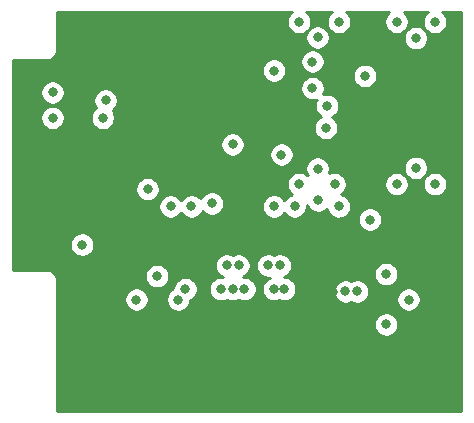
<source format=gbr>
%TF.GenerationSoftware,KiCad,Pcbnew,(5.1.6)-1*%
%TF.CreationDate,2020-12-26T20:27:21+01:00*%
%TF.ProjectId,ScreenBoard,53637265-656e-4426-9f61-72642e6b6963,rev?*%
%TF.SameCoordinates,Original*%
%TF.FileFunction,Copper,L3,Inr*%
%TF.FilePolarity,Positive*%
%FSLAX46Y46*%
G04 Gerber Fmt 4.6, Leading zero omitted, Abs format (unit mm)*
G04 Created by KiCad (PCBNEW (5.1.6)-1) date 2020-12-26 20:27:21*
%MOMM*%
%LPD*%
G01*
G04 APERTURE LIST*
%TA.AperFunction,ViaPad*%
%ADD10C,0.800000*%
%TD*%
%TA.AperFunction,Conductor*%
%ADD11C,0.254000*%
%TD*%
G04 APERTURE END LIST*
D10*
%TO.N,GND*%
X121750000Y-54250000D03*
X133750000Y-51500000D03*
X133750000Y-62500000D03*
X129450003Y-54700003D03*
X125449997Y-51449997D03*
X125450003Y-62549997D03*
X129874978Y-66875000D03*
X131250000Y-75749998D03*
X110104991Y-73645009D03*
X133145014Y-73645000D03*
X114250000Y-72750000D03*
X117250000Y-72750000D03*
X117750000Y-70750000D03*
X118250000Y-72750000D03*
X118750000Y-70750000D03*
X119250000Y-72750000D03*
X121250000Y-70750000D03*
X121750000Y-72750000D03*
X122250000Y-70750000D03*
X122600000Y-72750000D03*
X122374995Y-61374995D03*
X113000000Y-65750000D03*
X114750000Y-65750000D03*
X116500000Y-65500000D03*
X125500000Y-65250000D03*
X123500000Y-65750000D03*
X127250000Y-65750000D03*
X121750000Y-65750000D03*
X128800003Y-72949997D03*
X127799994Y-72950000D03*
X113645005Y-73644995D03*
X111849990Y-71650010D03*
X131250000Y-71500000D03*
X126875019Y-63875019D03*
X127250000Y-50125000D03*
X132125011Y-50124989D03*
X135374993Y-50124993D03*
X123875008Y-50125008D03*
X135375003Y-63875003D03*
X123875003Y-63875003D03*
X132125012Y-63875012D03*
X111050006Y-64300006D03*
X118250000Y-60500000D03*
X102999984Y-56100004D03*
%TO.N,+3V3*%
X120500000Y-57250000D03*
X129399992Y-56899992D03*
X125500000Y-69750000D03*
X116500000Y-69750000D03*
X115749992Y-72750000D03*
X122374995Y-59624995D03*
X119500000Y-58750000D03*
X119500000Y-62250000D03*
X120250000Y-51750000D03*
X126750000Y-73000000D03*
X107099998Y-54099998D03*
%TO.N,/SPI_MISO*%
X125000000Y-53500000D03*
X103000000Y-58250000D03*
%TO.N,/SPI_SCK*%
X125000000Y-55750000D03*
X107250000Y-58250012D03*
%TO.N,/SPI_MOSI*%
X107500000Y-56775000D03*
X126250000Y-57250000D03*
%TO.N,/SD_CS*%
X126150004Y-59099996D03*
X105500000Y-69000000D03*
%TD*%
D11*
%TO.N,+3V3*%
G36*
X123215234Y-49321071D02*
G01*
X123071071Y-49465234D01*
X122957803Y-49634752D01*
X122879782Y-49823110D01*
X122840008Y-50023069D01*
X122840008Y-50226947D01*
X122879782Y-50426906D01*
X122957803Y-50615264D01*
X123071071Y-50784782D01*
X123215234Y-50928945D01*
X123384752Y-51042213D01*
X123573110Y-51120234D01*
X123773069Y-51160008D01*
X123976947Y-51160008D01*
X124176906Y-51120234D01*
X124365264Y-51042213D01*
X124534782Y-50928945D01*
X124590797Y-50872930D01*
X124532792Y-50959741D01*
X124454771Y-51148099D01*
X124414997Y-51348058D01*
X124414997Y-51551936D01*
X124454771Y-51751895D01*
X124532792Y-51940253D01*
X124646060Y-52109771D01*
X124790223Y-52253934D01*
X124959741Y-52367202D01*
X125148099Y-52445223D01*
X125348058Y-52484997D01*
X125551936Y-52484997D01*
X125751895Y-52445223D01*
X125940253Y-52367202D01*
X126109771Y-52253934D01*
X126253934Y-52109771D01*
X126367202Y-51940253D01*
X126445223Y-51751895D01*
X126484997Y-51551936D01*
X126484997Y-51398061D01*
X132715000Y-51398061D01*
X132715000Y-51601939D01*
X132754774Y-51801898D01*
X132832795Y-51990256D01*
X132946063Y-52159774D01*
X133090226Y-52303937D01*
X133259744Y-52417205D01*
X133448102Y-52495226D01*
X133648061Y-52535000D01*
X133851939Y-52535000D01*
X134051898Y-52495226D01*
X134240256Y-52417205D01*
X134409774Y-52303937D01*
X134553937Y-52159774D01*
X134667205Y-51990256D01*
X134745226Y-51801898D01*
X134785000Y-51601939D01*
X134785000Y-51398061D01*
X134745226Y-51198102D01*
X134667205Y-51009744D01*
X134553937Y-50840226D01*
X134409774Y-50696063D01*
X134240256Y-50582795D01*
X134051898Y-50504774D01*
X133851939Y-50465000D01*
X133648061Y-50465000D01*
X133448102Y-50504774D01*
X133259744Y-50582795D01*
X133090226Y-50696063D01*
X132946063Y-50840226D01*
X132832795Y-51009744D01*
X132754774Y-51198102D01*
X132715000Y-51398061D01*
X126484997Y-51398061D01*
X126484997Y-51348058D01*
X126445223Y-51148099D01*
X126367202Y-50959741D01*
X126253934Y-50790223D01*
X126109771Y-50646060D01*
X125940253Y-50532792D01*
X125751895Y-50454771D01*
X125551936Y-50414997D01*
X125348058Y-50414997D01*
X125148099Y-50454771D01*
X124959741Y-50532792D01*
X124790223Y-50646060D01*
X124734208Y-50702075D01*
X124792213Y-50615264D01*
X124870234Y-50426906D01*
X124910008Y-50226947D01*
X124910008Y-50023069D01*
X124870234Y-49823110D01*
X124792213Y-49634752D01*
X124678945Y-49465234D01*
X124534782Y-49321071D01*
X124480798Y-49285000D01*
X126644198Y-49285000D01*
X126590226Y-49321063D01*
X126446063Y-49465226D01*
X126332795Y-49634744D01*
X126254774Y-49823102D01*
X126215000Y-50023061D01*
X126215000Y-50226939D01*
X126254774Y-50426898D01*
X126332795Y-50615256D01*
X126446063Y-50784774D01*
X126590226Y-50928937D01*
X126759744Y-51042205D01*
X126948102Y-51120226D01*
X127148061Y-51160000D01*
X127351939Y-51160000D01*
X127551898Y-51120226D01*
X127740256Y-51042205D01*
X127909774Y-50928937D01*
X128053937Y-50784774D01*
X128167205Y-50615256D01*
X128245226Y-50426898D01*
X128285000Y-50226939D01*
X128285000Y-50023061D01*
X128245226Y-49823102D01*
X128167205Y-49634744D01*
X128053937Y-49465226D01*
X127909774Y-49321063D01*
X127855802Y-49285000D01*
X131519193Y-49285000D01*
X131465237Y-49321052D01*
X131321074Y-49465215D01*
X131207806Y-49634733D01*
X131129785Y-49823091D01*
X131090011Y-50023050D01*
X131090011Y-50226928D01*
X131129785Y-50426887D01*
X131207806Y-50615245D01*
X131321074Y-50784763D01*
X131465237Y-50928926D01*
X131634755Y-51042194D01*
X131823113Y-51120215D01*
X132023072Y-51159989D01*
X132226950Y-51159989D01*
X132426909Y-51120215D01*
X132615267Y-51042194D01*
X132784785Y-50928926D01*
X132928948Y-50784763D01*
X133042216Y-50615245D01*
X133120237Y-50426887D01*
X133160011Y-50226928D01*
X133160011Y-50023050D01*
X133120237Y-49823091D01*
X133042216Y-49634733D01*
X132928948Y-49465215D01*
X132784785Y-49321052D01*
X132730829Y-49285000D01*
X134769181Y-49285000D01*
X134715219Y-49321056D01*
X134571056Y-49465219D01*
X134457788Y-49634737D01*
X134379767Y-49823095D01*
X134339993Y-50023054D01*
X134339993Y-50226932D01*
X134379767Y-50426891D01*
X134457788Y-50615249D01*
X134571056Y-50784767D01*
X134715219Y-50928930D01*
X134884737Y-51042198D01*
X135073095Y-51120219D01*
X135273054Y-51159993D01*
X135476932Y-51159993D01*
X135676891Y-51120219D01*
X135865249Y-51042198D01*
X136034767Y-50928930D01*
X136178930Y-50784767D01*
X136292198Y-50615249D01*
X136370219Y-50426891D01*
X136409993Y-50226932D01*
X136409993Y-50023054D01*
X136370219Y-49823095D01*
X136292198Y-49634737D01*
X136178930Y-49465219D01*
X136034767Y-49321056D01*
X135980805Y-49285000D01*
X137615000Y-49285000D01*
X137615001Y-83115000D01*
X103385000Y-83115000D01*
X103385000Y-75648059D01*
X130215000Y-75648059D01*
X130215000Y-75851937D01*
X130254774Y-76051896D01*
X130332795Y-76240254D01*
X130446063Y-76409772D01*
X130590226Y-76553935D01*
X130759744Y-76667203D01*
X130948102Y-76745224D01*
X131148061Y-76784998D01*
X131351939Y-76784998D01*
X131551898Y-76745224D01*
X131740256Y-76667203D01*
X131909774Y-76553935D01*
X132053937Y-76409772D01*
X132167205Y-76240254D01*
X132245226Y-76051896D01*
X132285000Y-75851937D01*
X132285000Y-75648059D01*
X132245226Y-75448100D01*
X132167205Y-75259742D01*
X132053937Y-75090224D01*
X131909774Y-74946061D01*
X131740256Y-74832793D01*
X131551898Y-74754772D01*
X131351939Y-74714998D01*
X131148061Y-74714998D01*
X130948102Y-74754772D01*
X130759744Y-74832793D01*
X130590226Y-74946061D01*
X130446063Y-75090224D01*
X130332795Y-75259742D01*
X130254774Y-75448100D01*
X130215000Y-75648059D01*
X103385000Y-75648059D01*
X103385000Y-73543070D01*
X109069991Y-73543070D01*
X109069991Y-73746948D01*
X109109765Y-73946907D01*
X109187786Y-74135265D01*
X109301054Y-74304783D01*
X109445217Y-74448946D01*
X109614735Y-74562214D01*
X109803093Y-74640235D01*
X110003052Y-74680009D01*
X110206930Y-74680009D01*
X110406889Y-74640235D01*
X110595247Y-74562214D01*
X110764765Y-74448946D01*
X110908928Y-74304783D01*
X111022196Y-74135265D01*
X111100217Y-73946907D01*
X111139991Y-73746948D01*
X111139991Y-73543070D01*
X111139989Y-73543056D01*
X112610005Y-73543056D01*
X112610005Y-73746934D01*
X112649779Y-73946893D01*
X112727800Y-74135251D01*
X112841068Y-74304769D01*
X112985231Y-74448932D01*
X113154749Y-74562200D01*
X113343107Y-74640221D01*
X113543066Y-74679995D01*
X113746944Y-74679995D01*
X113946903Y-74640221D01*
X114135261Y-74562200D01*
X114304779Y-74448932D01*
X114448942Y-74304769D01*
X114562210Y-74135251D01*
X114640231Y-73946893D01*
X114680005Y-73746934D01*
X114680005Y-73692162D01*
X114740256Y-73667205D01*
X114909774Y-73553937D01*
X115053937Y-73409774D01*
X115167205Y-73240256D01*
X115245226Y-73051898D01*
X115285000Y-72851939D01*
X115285000Y-72648061D01*
X116215000Y-72648061D01*
X116215000Y-72851939D01*
X116254774Y-73051898D01*
X116332795Y-73240256D01*
X116446063Y-73409774D01*
X116590226Y-73553937D01*
X116759744Y-73667205D01*
X116948102Y-73745226D01*
X117148061Y-73785000D01*
X117351939Y-73785000D01*
X117551898Y-73745226D01*
X117740256Y-73667205D01*
X117750000Y-73660694D01*
X117759744Y-73667205D01*
X117948102Y-73745226D01*
X118148061Y-73785000D01*
X118351939Y-73785000D01*
X118551898Y-73745226D01*
X118740256Y-73667205D01*
X118750000Y-73660694D01*
X118759744Y-73667205D01*
X118948102Y-73745226D01*
X119148061Y-73785000D01*
X119351939Y-73785000D01*
X119551898Y-73745226D01*
X119740256Y-73667205D01*
X119909774Y-73553937D01*
X120053937Y-73409774D01*
X120167205Y-73240256D01*
X120245226Y-73051898D01*
X120285000Y-72851939D01*
X120285000Y-72648061D01*
X120245226Y-72448102D01*
X120167205Y-72259744D01*
X120053937Y-72090226D01*
X119909774Y-71946063D01*
X119740256Y-71832795D01*
X119551898Y-71754774D01*
X119351939Y-71715000D01*
X119148061Y-71715000D01*
X119103444Y-71723875D01*
X119240256Y-71667205D01*
X119409774Y-71553937D01*
X119553937Y-71409774D01*
X119667205Y-71240256D01*
X119745226Y-71051898D01*
X119785000Y-70851939D01*
X119785000Y-70648061D01*
X120215000Y-70648061D01*
X120215000Y-70851939D01*
X120254774Y-71051898D01*
X120332795Y-71240256D01*
X120446063Y-71409774D01*
X120590226Y-71553937D01*
X120759744Y-71667205D01*
X120948102Y-71745226D01*
X121148061Y-71785000D01*
X121351939Y-71785000D01*
X121396556Y-71776125D01*
X121259744Y-71832795D01*
X121090226Y-71946063D01*
X120946063Y-72090226D01*
X120832795Y-72259744D01*
X120754774Y-72448102D01*
X120715000Y-72648061D01*
X120715000Y-72851939D01*
X120754774Y-73051898D01*
X120832795Y-73240256D01*
X120946063Y-73409774D01*
X121090226Y-73553937D01*
X121259744Y-73667205D01*
X121448102Y-73745226D01*
X121648061Y-73785000D01*
X121851939Y-73785000D01*
X122051898Y-73745226D01*
X122175000Y-73694235D01*
X122298102Y-73745226D01*
X122498061Y-73785000D01*
X122701939Y-73785000D01*
X122901898Y-73745226D01*
X123090256Y-73667205D01*
X123259774Y-73553937D01*
X123403937Y-73409774D01*
X123517205Y-73240256D01*
X123595226Y-73051898D01*
X123635000Y-72851939D01*
X123635000Y-72848061D01*
X126764994Y-72848061D01*
X126764994Y-73051939D01*
X126804768Y-73251898D01*
X126882789Y-73440256D01*
X126996057Y-73609774D01*
X127140220Y-73753937D01*
X127309738Y-73867205D01*
X127498096Y-73945226D01*
X127698055Y-73985000D01*
X127901933Y-73985000D01*
X128101892Y-73945226D01*
X128290250Y-73867205D01*
X128300001Y-73860690D01*
X128309747Y-73867202D01*
X128498105Y-73945223D01*
X128698064Y-73984997D01*
X128901942Y-73984997D01*
X129101901Y-73945223D01*
X129290259Y-73867202D01*
X129459777Y-73753934D01*
X129603940Y-73609771D01*
X129648514Y-73543061D01*
X132110014Y-73543061D01*
X132110014Y-73746939D01*
X132149788Y-73946898D01*
X132227809Y-74135256D01*
X132341077Y-74304774D01*
X132485240Y-74448937D01*
X132654758Y-74562205D01*
X132843116Y-74640226D01*
X133043075Y-74680000D01*
X133246953Y-74680000D01*
X133446912Y-74640226D01*
X133635270Y-74562205D01*
X133804788Y-74448937D01*
X133948951Y-74304774D01*
X134062219Y-74135256D01*
X134140240Y-73946898D01*
X134180014Y-73746939D01*
X134180014Y-73543061D01*
X134140240Y-73343102D01*
X134062219Y-73154744D01*
X133948951Y-72985226D01*
X133804788Y-72841063D01*
X133635270Y-72727795D01*
X133446912Y-72649774D01*
X133246953Y-72610000D01*
X133043075Y-72610000D01*
X132843116Y-72649774D01*
X132654758Y-72727795D01*
X132485240Y-72841063D01*
X132341077Y-72985226D01*
X132227809Y-73154744D01*
X132149788Y-73343102D01*
X132110014Y-73543061D01*
X129648514Y-73543061D01*
X129717208Y-73440253D01*
X129795229Y-73251895D01*
X129835003Y-73051936D01*
X129835003Y-72848058D01*
X129795229Y-72648099D01*
X129717208Y-72459741D01*
X129603940Y-72290223D01*
X129459777Y-72146060D01*
X129290259Y-72032792D01*
X129101901Y-71954771D01*
X128901942Y-71914997D01*
X128698064Y-71914997D01*
X128498105Y-71954771D01*
X128309747Y-72032792D01*
X128299996Y-72039307D01*
X128290250Y-72032795D01*
X128101892Y-71954774D01*
X127901933Y-71915000D01*
X127698055Y-71915000D01*
X127498096Y-71954774D01*
X127309738Y-72032795D01*
X127140220Y-72146063D01*
X126996057Y-72290226D01*
X126882789Y-72459744D01*
X126804768Y-72648102D01*
X126764994Y-72848061D01*
X123635000Y-72848061D01*
X123635000Y-72648061D01*
X123595226Y-72448102D01*
X123517205Y-72259744D01*
X123403937Y-72090226D01*
X123259774Y-71946063D01*
X123090256Y-71832795D01*
X122901898Y-71754774D01*
X122701939Y-71715000D01*
X122624869Y-71715000D01*
X122740256Y-71667205D01*
X122909774Y-71553937D01*
X123053937Y-71409774D01*
X123061763Y-71398061D01*
X130215000Y-71398061D01*
X130215000Y-71601939D01*
X130254774Y-71801898D01*
X130332795Y-71990256D01*
X130446063Y-72159774D01*
X130590226Y-72303937D01*
X130759744Y-72417205D01*
X130948102Y-72495226D01*
X131148061Y-72535000D01*
X131351939Y-72535000D01*
X131551898Y-72495226D01*
X131740256Y-72417205D01*
X131909774Y-72303937D01*
X132053937Y-72159774D01*
X132167205Y-71990256D01*
X132245226Y-71801898D01*
X132285000Y-71601939D01*
X132285000Y-71398061D01*
X132245226Y-71198102D01*
X132167205Y-71009744D01*
X132053937Y-70840226D01*
X131909774Y-70696063D01*
X131740256Y-70582795D01*
X131551898Y-70504774D01*
X131351939Y-70465000D01*
X131148061Y-70465000D01*
X130948102Y-70504774D01*
X130759744Y-70582795D01*
X130590226Y-70696063D01*
X130446063Y-70840226D01*
X130332795Y-71009744D01*
X130254774Y-71198102D01*
X130215000Y-71398061D01*
X123061763Y-71398061D01*
X123167205Y-71240256D01*
X123245226Y-71051898D01*
X123285000Y-70851939D01*
X123285000Y-70648061D01*
X123245226Y-70448102D01*
X123167205Y-70259744D01*
X123053937Y-70090226D01*
X122909774Y-69946063D01*
X122740256Y-69832795D01*
X122551898Y-69754774D01*
X122351939Y-69715000D01*
X122148061Y-69715000D01*
X121948102Y-69754774D01*
X121759744Y-69832795D01*
X121750000Y-69839306D01*
X121740256Y-69832795D01*
X121551898Y-69754774D01*
X121351939Y-69715000D01*
X121148061Y-69715000D01*
X120948102Y-69754774D01*
X120759744Y-69832795D01*
X120590226Y-69946063D01*
X120446063Y-70090226D01*
X120332795Y-70259744D01*
X120254774Y-70448102D01*
X120215000Y-70648061D01*
X119785000Y-70648061D01*
X119745226Y-70448102D01*
X119667205Y-70259744D01*
X119553937Y-70090226D01*
X119409774Y-69946063D01*
X119240256Y-69832795D01*
X119051898Y-69754774D01*
X118851939Y-69715000D01*
X118648061Y-69715000D01*
X118448102Y-69754774D01*
X118259744Y-69832795D01*
X118250000Y-69839306D01*
X118240256Y-69832795D01*
X118051898Y-69754774D01*
X117851939Y-69715000D01*
X117648061Y-69715000D01*
X117448102Y-69754774D01*
X117259744Y-69832795D01*
X117090226Y-69946063D01*
X116946063Y-70090226D01*
X116832795Y-70259744D01*
X116754774Y-70448102D01*
X116715000Y-70648061D01*
X116715000Y-70851939D01*
X116754774Y-71051898D01*
X116832795Y-71240256D01*
X116946063Y-71409774D01*
X117090226Y-71553937D01*
X117259744Y-71667205D01*
X117396556Y-71723875D01*
X117351939Y-71715000D01*
X117148061Y-71715000D01*
X116948102Y-71754774D01*
X116759744Y-71832795D01*
X116590226Y-71946063D01*
X116446063Y-72090226D01*
X116332795Y-72259744D01*
X116254774Y-72448102D01*
X116215000Y-72648061D01*
X115285000Y-72648061D01*
X115245226Y-72448102D01*
X115167205Y-72259744D01*
X115053937Y-72090226D01*
X114909774Y-71946063D01*
X114740256Y-71832795D01*
X114551898Y-71754774D01*
X114351939Y-71715000D01*
X114148061Y-71715000D01*
X113948102Y-71754774D01*
X113759744Y-71832795D01*
X113590226Y-71946063D01*
X113446063Y-72090226D01*
X113332795Y-72259744D01*
X113254774Y-72448102D01*
X113215000Y-72648061D01*
X113215000Y-72702833D01*
X113154749Y-72727790D01*
X112985231Y-72841058D01*
X112841068Y-72985221D01*
X112727800Y-73154739D01*
X112649779Y-73343097D01*
X112610005Y-73543056D01*
X111139989Y-73543056D01*
X111100217Y-73343111D01*
X111022196Y-73154753D01*
X110908928Y-72985235D01*
X110764765Y-72841072D01*
X110595247Y-72727804D01*
X110406889Y-72649783D01*
X110206930Y-72610009D01*
X110003052Y-72610009D01*
X109803093Y-72649783D01*
X109614735Y-72727804D01*
X109445217Y-72841072D01*
X109301054Y-72985235D01*
X109187786Y-73154753D01*
X109109765Y-73343111D01*
X109069991Y-73543070D01*
X103385000Y-73543070D01*
X103385000Y-72043477D01*
X103389282Y-72000000D01*
X103372195Y-71826510D01*
X103321589Y-71659687D01*
X103261930Y-71548071D01*
X110814990Y-71548071D01*
X110814990Y-71751949D01*
X110854764Y-71951908D01*
X110932785Y-72140266D01*
X111046053Y-72309784D01*
X111190216Y-72453947D01*
X111359734Y-72567215D01*
X111548092Y-72645236D01*
X111748051Y-72685010D01*
X111951929Y-72685010D01*
X112151888Y-72645236D01*
X112340246Y-72567215D01*
X112509764Y-72453947D01*
X112653927Y-72309784D01*
X112767195Y-72140266D01*
X112845216Y-71951908D01*
X112884990Y-71751949D01*
X112884990Y-71548071D01*
X112845216Y-71348112D01*
X112767195Y-71159754D01*
X112653927Y-70990236D01*
X112509764Y-70846073D01*
X112340246Y-70732805D01*
X112151888Y-70654784D01*
X111951929Y-70615010D01*
X111748051Y-70615010D01*
X111548092Y-70654784D01*
X111359734Y-70732805D01*
X111190216Y-70846073D01*
X111046053Y-70990236D01*
X110932785Y-71159754D01*
X110854764Y-71348112D01*
X110814990Y-71548071D01*
X103261930Y-71548071D01*
X103239411Y-71505941D01*
X103128817Y-71371183D01*
X102994059Y-71260589D01*
X102840313Y-71178411D01*
X102673490Y-71127805D01*
X102543477Y-71115000D01*
X102543476Y-71115000D01*
X102500000Y-71110718D01*
X102456523Y-71115000D01*
X99635000Y-71115000D01*
X99635000Y-68898061D01*
X104465000Y-68898061D01*
X104465000Y-69101939D01*
X104504774Y-69301898D01*
X104582795Y-69490256D01*
X104696063Y-69659774D01*
X104840226Y-69803937D01*
X105009744Y-69917205D01*
X105198102Y-69995226D01*
X105398061Y-70035000D01*
X105601939Y-70035000D01*
X105801898Y-69995226D01*
X105990256Y-69917205D01*
X106159774Y-69803937D01*
X106303937Y-69659774D01*
X106417205Y-69490256D01*
X106495226Y-69301898D01*
X106535000Y-69101939D01*
X106535000Y-68898061D01*
X106495226Y-68698102D01*
X106417205Y-68509744D01*
X106303937Y-68340226D01*
X106159774Y-68196063D01*
X105990256Y-68082795D01*
X105801898Y-68004774D01*
X105601939Y-67965000D01*
X105398061Y-67965000D01*
X105198102Y-68004774D01*
X105009744Y-68082795D01*
X104840226Y-68196063D01*
X104696063Y-68340226D01*
X104582795Y-68509744D01*
X104504774Y-68698102D01*
X104465000Y-68898061D01*
X99635000Y-68898061D01*
X99635000Y-65648061D01*
X111965000Y-65648061D01*
X111965000Y-65851939D01*
X112004774Y-66051898D01*
X112082795Y-66240256D01*
X112196063Y-66409774D01*
X112340226Y-66553937D01*
X112509744Y-66667205D01*
X112698102Y-66745226D01*
X112898061Y-66785000D01*
X113101939Y-66785000D01*
X113301898Y-66745226D01*
X113490256Y-66667205D01*
X113659774Y-66553937D01*
X113803937Y-66409774D01*
X113875000Y-66303420D01*
X113946063Y-66409774D01*
X114090226Y-66553937D01*
X114259744Y-66667205D01*
X114448102Y-66745226D01*
X114648061Y-66785000D01*
X114851939Y-66785000D01*
X115051898Y-66745226D01*
X115240256Y-66667205D01*
X115409774Y-66553937D01*
X115553937Y-66409774D01*
X115667205Y-66240256D01*
X115699230Y-66162941D01*
X115840226Y-66303937D01*
X116009744Y-66417205D01*
X116198102Y-66495226D01*
X116398061Y-66535000D01*
X116601939Y-66535000D01*
X116801898Y-66495226D01*
X116990256Y-66417205D01*
X117159774Y-66303937D01*
X117303937Y-66159774D01*
X117417205Y-65990256D01*
X117495226Y-65801898D01*
X117525825Y-65648061D01*
X120715000Y-65648061D01*
X120715000Y-65851939D01*
X120754774Y-66051898D01*
X120832795Y-66240256D01*
X120946063Y-66409774D01*
X121090226Y-66553937D01*
X121259744Y-66667205D01*
X121448102Y-66745226D01*
X121648061Y-66785000D01*
X121851939Y-66785000D01*
X122051898Y-66745226D01*
X122240256Y-66667205D01*
X122409774Y-66553937D01*
X122553937Y-66409774D01*
X122625000Y-66303420D01*
X122696063Y-66409774D01*
X122840226Y-66553937D01*
X123009744Y-66667205D01*
X123198102Y-66745226D01*
X123398061Y-66785000D01*
X123601939Y-66785000D01*
X123801898Y-66745226D01*
X123990256Y-66667205D01*
X124159774Y-66553937D01*
X124303937Y-66409774D01*
X124417205Y-66240256D01*
X124495226Y-66051898D01*
X124535000Y-65851939D01*
X124535000Y-65648061D01*
X124526125Y-65603444D01*
X124582795Y-65740256D01*
X124696063Y-65909774D01*
X124840226Y-66053937D01*
X125009744Y-66167205D01*
X125198102Y-66245226D01*
X125398061Y-66285000D01*
X125601939Y-66285000D01*
X125801898Y-66245226D01*
X125990256Y-66167205D01*
X126159774Y-66053937D01*
X126239351Y-65974360D01*
X126254774Y-66051898D01*
X126332795Y-66240256D01*
X126446063Y-66409774D01*
X126590226Y-66553937D01*
X126759744Y-66667205D01*
X126948102Y-66745226D01*
X127148061Y-66785000D01*
X127351939Y-66785000D01*
X127411960Y-66773061D01*
X128839978Y-66773061D01*
X128839978Y-66976939D01*
X128879752Y-67176898D01*
X128957773Y-67365256D01*
X129071041Y-67534774D01*
X129215204Y-67678937D01*
X129384722Y-67792205D01*
X129573080Y-67870226D01*
X129773039Y-67910000D01*
X129976917Y-67910000D01*
X130176876Y-67870226D01*
X130365234Y-67792205D01*
X130534752Y-67678937D01*
X130678915Y-67534774D01*
X130792183Y-67365256D01*
X130870204Y-67176898D01*
X130909978Y-66976939D01*
X130909978Y-66773061D01*
X130870204Y-66573102D01*
X130792183Y-66384744D01*
X130678915Y-66215226D01*
X130534752Y-66071063D01*
X130365234Y-65957795D01*
X130176876Y-65879774D01*
X129976917Y-65840000D01*
X129773039Y-65840000D01*
X129573080Y-65879774D01*
X129384722Y-65957795D01*
X129215204Y-66071063D01*
X129071041Y-66215226D01*
X128957773Y-66384744D01*
X128879752Y-66573102D01*
X128839978Y-66773061D01*
X127411960Y-66773061D01*
X127551898Y-66745226D01*
X127740256Y-66667205D01*
X127909774Y-66553937D01*
X128053937Y-66409774D01*
X128167205Y-66240256D01*
X128245226Y-66051898D01*
X128285000Y-65851939D01*
X128285000Y-65648061D01*
X128245226Y-65448102D01*
X128167205Y-65259744D01*
X128053937Y-65090226D01*
X127909774Y-64946063D01*
X127740256Y-64832795D01*
X127551898Y-64754774D01*
X127451277Y-64734759D01*
X127534793Y-64678956D01*
X127678956Y-64534793D01*
X127792224Y-64365275D01*
X127870245Y-64176917D01*
X127910019Y-63976958D01*
X127910019Y-63773080D01*
X127910018Y-63773073D01*
X131090012Y-63773073D01*
X131090012Y-63976951D01*
X131129786Y-64176910D01*
X131207807Y-64365268D01*
X131321075Y-64534786D01*
X131465238Y-64678949D01*
X131634756Y-64792217D01*
X131823114Y-64870238D01*
X132023073Y-64910012D01*
X132226951Y-64910012D01*
X132426910Y-64870238D01*
X132615268Y-64792217D01*
X132784786Y-64678949D01*
X132928949Y-64534786D01*
X133042217Y-64365268D01*
X133120238Y-64176910D01*
X133160012Y-63976951D01*
X133160012Y-63773073D01*
X133160011Y-63773064D01*
X134340003Y-63773064D01*
X134340003Y-63976942D01*
X134379777Y-64176901D01*
X134457798Y-64365259D01*
X134571066Y-64534777D01*
X134715229Y-64678940D01*
X134884747Y-64792208D01*
X135073105Y-64870229D01*
X135273064Y-64910003D01*
X135476942Y-64910003D01*
X135676901Y-64870229D01*
X135865259Y-64792208D01*
X136034777Y-64678940D01*
X136178940Y-64534777D01*
X136292208Y-64365259D01*
X136370229Y-64176901D01*
X136410003Y-63976942D01*
X136410003Y-63773064D01*
X136370229Y-63573105D01*
X136292208Y-63384747D01*
X136178940Y-63215229D01*
X136034777Y-63071066D01*
X135865259Y-62957798D01*
X135676901Y-62879777D01*
X135476942Y-62840003D01*
X135273064Y-62840003D01*
X135073105Y-62879777D01*
X134884747Y-62957798D01*
X134715229Y-63071066D01*
X134571066Y-63215229D01*
X134457798Y-63384747D01*
X134379777Y-63573105D01*
X134340003Y-63773064D01*
X133160011Y-63773064D01*
X133120238Y-63573114D01*
X133042217Y-63384756D01*
X132928949Y-63215238D01*
X132784786Y-63071075D01*
X132615268Y-62957807D01*
X132426910Y-62879786D01*
X132226951Y-62840012D01*
X132023073Y-62840012D01*
X131823114Y-62879786D01*
X131634756Y-62957807D01*
X131465238Y-63071075D01*
X131321075Y-63215238D01*
X131207807Y-63384756D01*
X131129786Y-63573114D01*
X131090012Y-63773073D01*
X127910018Y-63773073D01*
X127870245Y-63573121D01*
X127792224Y-63384763D01*
X127678956Y-63215245D01*
X127534793Y-63071082D01*
X127365275Y-62957814D01*
X127176917Y-62879793D01*
X126976958Y-62840019D01*
X126773080Y-62840019D01*
X126573121Y-62879793D01*
X126404792Y-62949518D01*
X126445229Y-62851895D01*
X126485003Y-62651936D01*
X126485003Y-62448058D01*
X126475059Y-62398061D01*
X132715000Y-62398061D01*
X132715000Y-62601939D01*
X132754774Y-62801898D01*
X132832795Y-62990256D01*
X132946063Y-63159774D01*
X133090226Y-63303937D01*
X133259744Y-63417205D01*
X133448102Y-63495226D01*
X133648061Y-63535000D01*
X133851939Y-63535000D01*
X134051898Y-63495226D01*
X134240256Y-63417205D01*
X134409774Y-63303937D01*
X134553937Y-63159774D01*
X134667205Y-62990256D01*
X134745226Y-62801898D01*
X134785000Y-62601939D01*
X134785000Y-62398061D01*
X134745226Y-62198102D01*
X134667205Y-62009744D01*
X134553937Y-61840226D01*
X134409774Y-61696063D01*
X134240256Y-61582795D01*
X134051898Y-61504774D01*
X133851939Y-61465000D01*
X133648061Y-61465000D01*
X133448102Y-61504774D01*
X133259744Y-61582795D01*
X133090226Y-61696063D01*
X132946063Y-61840226D01*
X132832795Y-62009744D01*
X132754774Y-62198102D01*
X132715000Y-62398061D01*
X126475059Y-62398061D01*
X126445229Y-62248099D01*
X126367208Y-62059741D01*
X126253940Y-61890223D01*
X126109777Y-61746060D01*
X125940259Y-61632792D01*
X125751901Y-61554771D01*
X125551942Y-61514997D01*
X125348064Y-61514997D01*
X125148105Y-61554771D01*
X124959747Y-61632792D01*
X124790229Y-61746060D01*
X124646066Y-61890223D01*
X124532798Y-62059741D01*
X124454777Y-62248099D01*
X124415003Y-62448058D01*
X124415003Y-62651936D01*
X124454777Y-62851895D01*
X124532798Y-63040253D01*
X124590860Y-63127149D01*
X124534777Y-63071066D01*
X124365259Y-62957798D01*
X124176901Y-62879777D01*
X123976942Y-62840003D01*
X123773064Y-62840003D01*
X123573105Y-62879777D01*
X123384747Y-62957798D01*
X123215229Y-63071066D01*
X123071066Y-63215229D01*
X122957798Y-63384747D01*
X122879777Y-63573105D01*
X122840003Y-63773064D01*
X122840003Y-63976942D01*
X122879777Y-64176901D01*
X122957798Y-64365259D01*
X123071066Y-64534777D01*
X123215229Y-64678940D01*
X123298758Y-64734752D01*
X123198102Y-64754774D01*
X123009744Y-64832795D01*
X122840226Y-64946063D01*
X122696063Y-65090226D01*
X122625000Y-65196580D01*
X122553937Y-65090226D01*
X122409774Y-64946063D01*
X122240256Y-64832795D01*
X122051898Y-64754774D01*
X121851939Y-64715000D01*
X121648061Y-64715000D01*
X121448102Y-64754774D01*
X121259744Y-64832795D01*
X121090226Y-64946063D01*
X120946063Y-65090226D01*
X120832795Y-65259744D01*
X120754774Y-65448102D01*
X120715000Y-65648061D01*
X117525825Y-65648061D01*
X117535000Y-65601939D01*
X117535000Y-65398061D01*
X117495226Y-65198102D01*
X117417205Y-65009744D01*
X117303937Y-64840226D01*
X117159774Y-64696063D01*
X116990256Y-64582795D01*
X116801898Y-64504774D01*
X116601939Y-64465000D01*
X116398061Y-64465000D01*
X116198102Y-64504774D01*
X116009744Y-64582795D01*
X115840226Y-64696063D01*
X115696063Y-64840226D01*
X115582795Y-65009744D01*
X115550770Y-65087059D01*
X115409774Y-64946063D01*
X115240256Y-64832795D01*
X115051898Y-64754774D01*
X114851939Y-64715000D01*
X114648061Y-64715000D01*
X114448102Y-64754774D01*
X114259744Y-64832795D01*
X114090226Y-64946063D01*
X113946063Y-65090226D01*
X113875000Y-65196580D01*
X113803937Y-65090226D01*
X113659774Y-64946063D01*
X113490256Y-64832795D01*
X113301898Y-64754774D01*
X113101939Y-64715000D01*
X112898061Y-64715000D01*
X112698102Y-64754774D01*
X112509744Y-64832795D01*
X112340226Y-64946063D01*
X112196063Y-65090226D01*
X112082795Y-65259744D01*
X112004774Y-65448102D01*
X111965000Y-65648061D01*
X99635000Y-65648061D01*
X99635000Y-64198067D01*
X110015006Y-64198067D01*
X110015006Y-64401945D01*
X110054780Y-64601904D01*
X110132801Y-64790262D01*
X110246069Y-64959780D01*
X110390232Y-65103943D01*
X110559750Y-65217211D01*
X110748108Y-65295232D01*
X110948067Y-65335006D01*
X111151945Y-65335006D01*
X111351904Y-65295232D01*
X111540262Y-65217211D01*
X111709780Y-65103943D01*
X111853943Y-64959780D01*
X111967211Y-64790262D01*
X112045232Y-64601904D01*
X112085006Y-64401945D01*
X112085006Y-64198067D01*
X112045232Y-63998108D01*
X111967211Y-63809750D01*
X111853943Y-63640232D01*
X111709780Y-63496069D01*
X111540262Y-63382801D01*
X111351904Y-63304780D01*
X111151945Y-63265006D01*
X110948067Y-63265006D01*
X110748108Y-63304780D01*
X110559750Y-63382801D01*
X110390232Y-63496069D01*
X110246069Y-63640232D01*
X110132801Y-63809750D01*
X110054780Y-63998108D01*
X110015006Y-64198067D01*
X99635000Y-64198067D01*
X99635000Y-60398061D01*
X117215000Y-60398061D01*
X117215000Y-60601939D01*
X117254774Y-60801898D01*
X117332795Y-60990256D01*
X117446063Y-61159774D01*
X117590226Y-61303937D01*
X117759744Y-61417205D01*
X117948102Y-61495226D01*
X118148061Y-61535000D01*
X118351939Y-61535000D01*
X118551898Y-61495226D01*
X118740256Y-61417205D01*
X118909774Y-61303937D01*
X118940655Y-61273056D01*
X121339995Y-61273056D01*
X121339995Y-61476934D01*
X121379769Y-61676893D01*
X121457790Y-61865251D01*
X121571058Y-62034769D01*
X121715221Y-62178932D01*
X121884739Y-62292200D01*
X122073097Y-62370221D01*
X122273056Y-62409995D01*
X122476934Y-62409995D01*
X122676893Y-62370221D01*
X122865251Y-62292200D01*
X123034769Y-62178932D01*
X123178932Y-62034769D01*
X123292200Y-61865251D01*
X123370221Y-61676893D01*
X123409995Y-61476934D01*
X123409995Y-61273056D01*
X123370221Y-61073097D01*
X123292200Y-60884739D01*
X123178932Y-60715221D01*
X123034769Y-60571058D01*
X122865251Y-60457790D01*
X122676893Y-60379769D01*
X122476934Y-60339995D01*
X122273056Y-60339995D01*
X122073097Y-60379769D01*
X121884739Y-60457790D01*
X121715221Y-60571058D01*
X121571058Y-60715221D01*
X121457790Y-60884739D01*
X121379769Y-61073097D01*
X121339995Y-61273056D01*
X118940655Y-61273056D01*
X119053937Y-61159774D01*
X119167205Y-60990256D01*
X119245226Y-60801898D01*
X119285000Y-60601939D01*
X119285000Y-60398061D01*
X119245226Y-60198102D01*
X119167205Y-60009744D01*
X119053937Y-59840226D01*
X118909774Y-59696063D01*
X118740256Y-59582795D01*
X118551898Y-59504774D01*
X118351939Y-59465000D01*
X118148061Y-59465000D01*
X117948102Y-59504774D01*
X117759744Y-59582795D01*
X117590226Y-59696063D01*
X117446063Y-59840226D01*
X117332795Y-60009744D01*
X117254774Y-60198102D01*
X117215000Y-60398061D01*
X99635000Y-60398061D01*
X99635000Y-58148061D01*
X101965000Y-58148061D01*
X101965000Y-58351939D01*
X102004774Y-58551898D01*
X102082795Y-58740256D01*
X102196063Y-58909774D01*
X102340226Y-59053937D01*
X102509744Y-59167205D01*
X102698102Y-59245226D01*
X102898061Y-59285000D01*
X103101939Y-59285000D01*
X103301898Y-59245226D01*
X103490256Y-59167205D01*
X103659774Y-59053937D01*
X103803937Y-58909774D01*
X103917205Y-58740256D01*
X103995226Y-58551898D01*
X104035000Y-58351939D01*
X104035000Y-58148073D01*
X106215000Y-58148073D01*
X106215000Y-58351951D01*
X106254774Y-58551910D01*
X106332795Y-58740268D01*
X106446063Y-58909786D01*
X106590226Y-59053949D01*
X106759744Y-59167217D01*
X106948102Y-59245238D01*
X107148061Y-59285012D01*
X107351939Y-59285012D01*
X107551898Y-59245238D01*
X107740256Y-59167217D01*
X107909774Y-59053949D01*
X108053937Y-58909786D01*
X108167205Y-58740268D01*
X108245226Y-58551910D01*
X108285000Y-58351951D01*
X108285000Y-58148073D01*
X108245226Y-57948114D01*
X108167205Y-57759756D01*
X108081384Y-57631315D01*
X108159774Y-57578937D01*
X108303937Y-57434774D01*
X108417205Y-57265256D01*
X108495226Y-57076898D01*
X108535000Y-56876939D01*
X108535000Y-56673061D01*
X108495226Y-56473102D01*
X108417205Y-56284744D01*
X108303937Y-56115226D01*
X108159774Y-55971063D01*
X107990256Y-55857795D01*
X107801898Y-55779774D01*
X107601939Y-55740000D01*
X107398061Y-55740000D01*
X107198102Y-55779774D01*
X107009744Y-55857795D01*
X106840226Y-55971063D01*
X106696063Y-56115226D01*
X106582795Y-56284744D01*
X106504774Y-56473102D01*
X106465000Y-56673061D01*
X106465000Y-56876939D01*
X106504774Y-57076898D01*
X106582795Y-57265256D01*
X106668616Y-57393697D01*
X106590226Y-57446075D01*
X106446063Y-57590238D01*
X106332795Y-57759756D01*
X106254774Y-57948114D01*
X106215000Y-58148073D01*
X104035000Y-58148073D01*
X104035000Y-58148061D01*
X103995226Y-57948102D01*
X103917205Y-57759744D01*
X103803937Y-57590226D01*
X103659774Y-57446063D01*
X103490256Y-57332795D01*
X103301898Y-57254774D01*
X103101939Y-57215000D01*
X102898061Y-57215000D01*
X102698102Y-57254774D01*
X102509744Y-57332795D01*
X102340226Y-57446063D01*
X102196063Y-57590226D01*
X102082795Y-57759744D01*
X102004774Y-57948102D01*
X101965000Y-58148061D01*
X99635000Y-58148061D01*
X99635000Y-55998065D01*
X101964984Y-55998065D01*
X101964984Y-56201943D01*
X102004758Y-56401902D01*
X102082779Y-56590260D01*
X102196047Y-56759778D01*
X102340210Y-56903941D01*
X102509728Y-57017209D01*
X102698086Y-57095230D01*
X102898045Y-57135004D01*
X103101923Y-57135004D01*
X103301882Y-57095230D01*
X103490240Y-57017209D01*
X103659758Y-56903941D01*
X103803921Y-56759778D01*
X103917189Y-56590260D01*
X103995210Y-56401902D01*
X104034984Y-56201943D01*
X104034984Y-55998065D01*
X103995210Y-55798106D01*
X103933059Y-55648061D01*
X123965000Y-55648061D01*
X123965000Y-55851939D01*
X124004774Y-56051898D01*
X124082795Y-56240256D01*
X124196063Y-56409774D01*
X124340226Y-56553937D01*
X124509744Y-56667205D01*
X124698102Y-56745226D01*
X124898061Y-56785000D01*
X125101939Y-56785000D01*
X125301898Y-56745226D01*
X125358032Y-56721974D01*
X125332795Y-56759744D01*
X125254774Y-56948102D01*
X125215000Y-57148061D01*
X125215000Y-57351939D01*
X125254774Y-57551898D01*
X125332795Y-57740256D01*
X125446063Y-57909774D01*
X125590226Y-58053937D01*
X125735877Y-58151257D01*
X125659748Y-58182791D01*
X125490230Y-58296059D01*
X125346067Y-58440222D01*
X125232799Y-58609740D01*
X125154778Y-58798098D01*
X125115004Y-58998057D01*
X125115004Y-59201935D01*
X125154778Y-59401894D01*
X125232799Y-59590252D01*
X125346067Y-59759770D01*
X125490230Y-59903933D01*
X125659748Y-60017201D01*
X125848106Y-60095222D01*
X126048065Y-60134996D01*
X126251943Y-60134996D01*
X126451902Y-60095222D01*
X126640260Y-60017201D01*
X126809778Y-59903933D01*
X126953941Y-59759770D01*
X127067209Y-59590252D01*
X127145230Y-59401894D01*
X127185004Y-59201935D01*
X127185004Y-58998057D01*
X127145230Y-58798098D01*
X127067209Y-58609740D01*
X126953941Y-58440222D01*
X126809778Y-58296059D01*
X126664127Y-58198739D01*
X126740256Y-58167205D01*
X126909774Y-58053937D01*
X127053937Y-57909774D01*
X127167205Y-57740256D01*
X127245226Y-57551898D01*
X127285000Y-57351939D01*
X127285000Y-57148061D01*
X127245226Y-56948102D01*
X127167205Y-56759744D01*
X127053937Y-56590226D01*
X126909774Y-56446063D01*
X126740256Y-56332795D01*
X126551898Y-56254774D01*
X126351939Y-56215000D01*
X126148061Y-56215000D01*
X125948102Y-56254774D01*
X125891968Y-56278026D01*
X125917205Y-56240256D01*
X125995226Y-56051898D01*
X126035000Y-55851939D01*
X126035000Y-55648061D01*
X125995226Y-55448102D01*
X125917205Y-55259744D01*
X125803937Y-55090226D01*
X125659774Y-54946063D01*
X125490256Y-54832795D01*
X125301898Y-54754774D01*
X125101939Y-54715000D01*
X124898061Y-54715000D01*
X124698102Y-54754774D01*
X124509744Y-54832795D01*
X124340226Y-54946063D01*
X124196063Y-55090226D01*
X124082795Y-55259744D01*
X124004774Y-55448102D01*
X123965000Y-55648061D01*
X103933059Y-55648061D01*
X103917189Y-55609748D01*
X103803921Y-55440230D01*
X103659758Y-55296067D01*
X103490240Y-55182799D01*
X103301882Y-55104778D01*
X103101923Y-55065004D01*
X102898045Y-55065004D01*
X102698086Y-55104778D01*
X102509728Y-55182799D01*
X102340210Y-55296067D01*
X102196047Y-55440230D01*
X102082779Y-55609748D01*
X102004758Y-55798106D01*
X101964984Y-55998065D01*
X99635000Y-55998065D01*
X99635000Y-54148061D01*
X120715000Y-54148061D01*
X120715000Y-54351939D01*
X120754774Y-54551898D01*
X120832795Y-54740256D01*
X120946063Y-54909774D01*
X121090226Y-55053937D01*
X121259744Y-55167205D01*
X121448102Y-55245226D01*
X121648061Y-55285000D01*
X121851939Y-55285000D01*
X122051898Y-55245226D01*
X122240256Y-55167205D01*
X122409774Y-55053937D01*
X122553937Y-54909774D01*
X122667205Y-54740256D01*
X122726103Y-54598064D01*
X128415003Y-54598064D01*
X128415003Y-54801942D01*
X128454777Y-55001901D01*
X128532798Y-55190259D01*
X128646066Y-55359777D01*
X128790229Y-55503940D01*
X128959747Y-55617208D01*
X129148105Y-55695229D01*
X129348064Y-55735003D01*
X129551942Y-55735003D01*
X129751901Y-55695229D01*
X129940259Y-55617208D01*
X130109777Y-55503940D01*
X130253940Y-55359777D01*
X130367208Y-55190259D01*
X130445229Y-55001901D01*
X130485003Y-54801942D01*
X130485003Y-54598064D01*
X130445229Y-54398105D01*
X130367208Y-54209747D01*
X130253940Y-54040229D01*
X130109777Y-53896066D01*
X129940259Y-53782798D01*
X129751901Y-53704777D01*
X129551942Y-53665003D01*
X129348064Y-53665003D01*
X129148105Y-53704777D01*
X128959747Y-53782798D01*
X128790229Y-53896066D01*
X128646066Y-54040229D01*
X128532798Y-54209747D01*
X128454777Y-54398105D01*
X128415003Y-54598064D01*
X122726103Y-54598064D01*
X122745226Y-54551898D01*
X122785000Y-54351939D01*
X122785000Y-54148061D01*
X122745226Y-53948102D01*
X122667205Y-53759744D01*
X122553937Y-53590226D01*
X122409774Y-53446063D01*
X122337934Y-53398061D01*
X123965000Y-53398061D01*
X123965000Y-53601939D01*
X124004774Y-53801898D01*
X124082795Y-53990256D01*
X124196063Y-54159774D01*
X124340226Y-54303937D01*
X124509744Y-54417205D01*
X124698102Y-54495226D01*
X124898061Y-54535000D01*
X125101939Y-54535000D01*
X125301898Y-54495226D01*
X125490256Y-54417205D01*
X125659774Y-54303937D01*
X125803937Y-54159774D01*
X125917205Y-53990256D01*
X125995226Y-53801898D01*
X126035000Y-53601939D01*
X126035000Y-53398061D01*
X125995226Y-53198102D01*
X125917205Y-53009744D01*
X125803937Y-52840226D01*
X125659774Y-52696063D01*
X125490256Y-52582795D01*
X125301898Y-52504774D01*
X125101939Y-52465000D01*
X124898061Y-52465000D01*
X124698102Y-52504774D01*
X124509744Y-52582795D01*
X124340226Y-52696063D01*
X124196063Y-52840226D01*
X124082795Y-53009744D01*
X124004774Y-53198102D01*
X123965000Y-53398061D01*
X122337934Y-53398061D01*
X122240256Y-53332795D01*
X122051898Y-53254774D01*
X121851939Y-53215000D01*
X121648061Y-53215000D01*
X121448102Y-53254774D01*
X121259744Y-53332795D01*
X121090226Y-53446063D01*
X120946063Y-53590226D01*
X120832795Y-53759744D01*
X120754774Y-53948102D01*
X120715000Y-54148061D01*
X99635000Y-54148061D01*
X99635000Y-53385000D01*
X102456523Y-53385000D01*
X102500000Y-53389282D01*
X102543476Y-53385000D01*
X102543477Y-53385000D01*
X102673490Y-53372195D01*
X102840313Y-53321589D01*
X102994059Y-53239411D01*
X103128817Y-53128817D01*
X103239411Y-52994059D01*
X103321589Y-52840313D01*
X103372195Y-52673490D01*
X103389282Y-52500000D01*
X103385000Y-52456523D01*
X103385000Y-49285000D01*
X123269218Y-49285000D01*
X123215234Y-49321071D01*
G37*
X123215234Y-49321071D02*
X123071071Y-49465234D01*
X122957803Y-49634752D01*
X122879782Y-49823110D01*
X122840008Y-50023069D01*
X122840008Y-50226947D01*
X122879782Y-50426906D01*
X122957803Y-50615264D01*
X123071071Y-50784782D01*
X123215234Y-50928945D01*
X123384752Y-51042213D01*
X123573110Y-51120234D01*
X123773069Y-51160008D01*
X123976947Y-51160008D01*
X124176906Y-51120234D01*
X124365264Y-51042213D01*
X124534782Y-50928945D01*
X124590797Y-50872930D01*
X124532792Y-50959741D01*
X124454771Y-51148099D01*
X124414997Y-51348058D01*
X124414997Y-51551936D01*
X124454771Y-51751895D01*
X124532792Y-51940253D01*
X124646060Y-52109771D01*
X124790223Y-52253934D01*
X124959741Y-52367202D01*
X125148099Y-52445223D01*
X125348058Y-52484997D01*
X125551936Y-52484997D01*
X125751895Y-52445223D01*
X125940253Y-52367202D01*
X126109771Y-52253934D01*
X126253934Y-52109771D01*
X126367202Y-51940253D01*
X126445223Y-51751895D01*
X126484997Y-51551936D01*
X126484997Y-51398061D01*
X132715000Y-51398061D01*
X132715000Y-51601939D01*
X132754774Y-51801898D01*
X132832795Y-51990256D01*
X132946063Y-52159774D01*
X133090226Y-52303937D01*
X133259744Y-52417205D01*
X133448102Y-52495226D01*
X133648061Y-52535000D01*
X133851939Y-52535000D01*
X134051898Y-52495226D01*
X134240256Y-52417205D01*
X134409774Y-52303937D01*
X134553937Y-52159774D01*
X134667205Y-51990256D01*
X134745226Y-51801898D01*
X134785000Y-51601939D01*
X134785000Y-51398061D01*
X134745226Y-51198102D01*
X134667205Y-51009744D01*
X134553937Y-50840226D01*
X134409774Y-50696063D01*
X134240256Y-50582795D01*
X134051898Y-50504774D01*
X133851939Y-50465000D01*
X133648061Y-50465000D01*
X133448102Y-50504774D01*
X133259744Y-50582795D01*
X133090226Y-50696063D01*
X132946063Y-50840226D01*
X132832795Y-51009744D01*
X132754774Y-51198102D01*
X132715000Y-51398061D01*
X126484997Y-51398061D01*
X126484997Y-51348058D01*
X126445223Y-51148099D01*
X126367202Y-50959741D01*
X126253934Y-50790223D01*
X126109771Y-50646060D01*
X125940253Y-50532792D01*
X125751895Y-50454771D01*
X125551936Y-50414997D01*
X125348058Y-50414997D01*
X125148099Y-50454771D01*
X124959741Y-50532792D01*
X124790223Y-50646060D01*
X124734208Y-50702075D01*
X124792213Y-50615264D01*
X124870234Y-50426906D01*
X124910008Y-50226947D01*
X124910008Y-50023069D01*
X124870234Y-49823110D01*
X124792213Y-49634752D01*
X124678945Y-49465234D01*
X124534782Y-49321071D01*
X124480798Y-49285000D01*
X126644198Y-49285000D01*
X126590226Y-49321063D01*
X126446063Y-49465226D01*
X126332795Y-49634744D01*
X126254774Y-49823102D01*
X126215000Y-50023061D01*
X126215000Y-50226939D01*
X126254774Y-50426898D01*
X126332795Y-50615256D01*
X126446063Y-50784774D01*
X126590226Y-50928937D01*
X126759744Y-51042205D01*
X126948102Y-51120226D01*
X127148061Y-51160000D01*
X127351939Y-51160000D01*
X127551898Y-51120226D01*
X127740256Y-51042205D01*
X127909774Y-50928937D01*
X128053937Y-50784774D01*
X128167205Y-50615256D01*
X128245226Y-50426898D01*
X128285000Y-50226939D01*
X128285000Y-50023061D01*
X128245226Y-49823102D01*
X128167205Y-49634744D01*
X128053937Y-49465226D01*
X127909774Y-49321063D01*
X127855802Y-49285000D01*
X131519193Y-49285000D01*
X131465237Y-49321052D01*
X131321074Y-49465215D01*
X131207806Y-49634733D01*
X131129785Y-49823091D01*
X131090011Y-50023050D01*
X131090011Y-50226928D01*
X131129785Y-50426887D01*
X131207806Y-50615245D01*
X131321074Y-50784763D01*
X131465237Y-50928926D01*
X131634755Y-51042194D01*
X131823113Y-51120215D01*
X132023072Y-51159989D01*
X132226950Y-51159989D01*
X132426909Y-51120215D01*
X132615267Y-51042194D01*
X132784785Y-50928926D01*
X132928948Y-50784763D01*
X133042216Y-50615245D01*
X133120237Y-50426887D01*
X133160011Y-50226928D01*
X133160011Y-50023050D01*
X133120237Y-49823091D01*
X133042216Y-49634733D01*
X132928948Y-49465215D01*
X132784785Y-49321052D01*
X132730829Y-49285000D01*
X134769181Y-49285000D01*
X134715219Y-49321056D01*
X134571056Y-49465219D01*
X134457788Y-49634737D01*
X134379767Y-49823095D01*
X134339993Y-50023054D01*
X134339993Y-50226932D01*
X134379767Y-50426891D01*
X134457788Y-50615249D01*
X134571056Y-50784767D01*
X134715219Y-50928930D01*
X134884737Y-51042198D01*
X135073095Y-51120219D01*
X135273054Y-51159993D01*
X135476932Y-51159993D01*
X135676891Y-51120219D01*
X135865249Y-51042198D01*
X136034767Y-50928930D01*
X136178930Y-50784767D01*
X136292198Y-50615249D01*
X136370219Y-50426891D01*
X136409993Y-50226932D01*
X136409993Y-50023054D01*
X136370219Y-49823095D01*
X136292198Y-49634737D01*
X136178930Y-49465219D01*
X136034767Y-49321056D01*
X135980805Y-49285000D01*
X137615000Y-49285000D01*
X137615001Y-83115000D01*
X103385000Y-83115000D01*
X103385000Y-75648059D01*
X130215000Y-75648059D01*
X130215000Y-75851937D01*
X130254774Y-76051896D01*
X130332795Y-76240254D01*
X130446063Y-76409772D01*
X130590226Y-76553935D01*
X130759744Y-76667203D01*
X130948102Y-76745224D01*
X131148061Y-76784998D01*
X131351939Y-76784998D01*
X131551898Y-76745224D01*
X131740256Y-76667203D01*
X131909774Y-76553935D01*
X132053937Y-76409772D01*
X132167205Y-76240254D01*
X132245226Y-76051896D01*
X132285000Y-75851937D01*
X132285000Y-75648059D01*
X132245226Y-75448100D01*
X132167205Y-75259742D01*
X132053937Y-75090224D01*
X131909774Y-74946061D01*
X131740256Y-74832793D01*
X131551898Y-74754772D01*
X131351939Y-74714998D01*
X131148061Y-74714998D01*
X130948102Y-74754772D01*
X130759744Y-74832793D01*
X130590226Y-74946061D01*
X130446063Y-75090224D01*
X130332795Y-75259742D01*
X130254774Y-75448100D01*
X130215000Y-75648059D01*
X103385000Y-75648059D01*
X103385000Y-73543070D01*
X109069991Y-73543070D01*
X109069991Y-73746948D01*
X109109765Y-73946907D01*
X109187786Y-74135265D01*
X109301054Y-74304783D01*
X109445217Y-74448946D01*
X109614735Y-74562214D01*
X109803093Y-74640235D01*
X110003052Y-74680009D01*
X110206930Y-74680009D01*
X110406889Y-74640235D01*
X110595247Y-74562214D01*
X110764765Y-74448946D01*
X110908928Y-74304783D01*
X111022196Y-74135265D01*
X111100217Y-73946907D01*
X111139991Y-73746948D01*
X111139991Y-73543070D01*
X111139989Y-73543056D01*
X112610005Y-73543056D01*
X112610005Y-73746934D01*
X112649779Y-73946893D01*
X112727800Y-74135251D01*
X112841068Y-74304769D01*
X112985231Y-74448932D01*
X113154749Y-74562200D01*
X113343107Y-74640221D01*
X113543066Y-74679995D01*
X113746944Y-74679995D01*
X113946903Y-74640221D01*
X114135261Y-74562200D01*
X114304779Y-74448932D01*
X114448942Y-74304769D01*
X114562210Y-74135251D01*
X114640231Y-73946893D01*
X114680005Y-73746934D01*
X114680005Y-73692162D01*
X114740256Y-73667205D01*
X114909774Y-73553937D01*
X115053937Y-73409774D01*
X115167205Y-73240256D01*
X115245226Y-73051898D01*
X115285000Y-72851939D01*
X115285000Y-72648061D01*
X116215000Y-72648061D01*
X116215000Y-72851939D01*
X116254774Y-73051898D01*
X116332795Y-73240256D01*
X116446063Y-73409774D01*
X116590226Y-73553937D01*
X116759744Y-73667205D01*
X116948102Y-73745226D01*
X117148061Y-73785000D01*
X117351939Y-73785000D01*
X117551898Y-73745226D01*
X117740256Y-73667205D01*
X117750000Y-73660694D01*
X117759744Y-73667205D01*
X117948102Y-73745226D01*
X118148061Y-73785000D01*
X118351939Y-73785000D01*
X118551898Y-73745226D01*
X118740256Y-73667205D01*
X118750000Y-73660694D01*
X118759744Y-73667205D01*
X118948102Y-73745226D01*
X119148061Y-73785000D01*
X119351939Y-73785000D01*
X119551898Y-73745226D01*
X119740256Y-73667205D01*
X119909774Y-73553937D01*
X120053937Y-73409774D01*
X120167205Y-73240256D01*
X120245226Y-73051898D01*
X120285000Y-72851939D01*
X120285000Y-72648061D01*
X120245226Y-72448102D01*
X120167205Y-72259744D01*
X120053937Y-72090226D01*
X119909774Y-71946063D01*
X119740256Y-71832795D01*
X119551898Y-71754774D01*
X119351939Y-71715000D01*
X119148061Y-71715000D01*
X119103444Y-71723875D01*
X119240256Y-71667205D01*
X119409774Y-71553937D01*
X119553937Y-71409774D01*
X119667205Y-71240256D01*
X119745226Y-71051898D01*
X119785000Y-70851939D01*
X119785000Y-70648061D01*
X120215000Y-70648061D01*
X120215000Y-70851939D01*
X120254774Y-71051898D01*
X120332795Y-71240256D01*
X120446063Y-71409774D01*
X120590226Y-71553937D01*
X120759744Y-71667205D01*
X120948102Y-71745226D01*
X121148061Y-71785000D01*
X121351939Y-71785000D01*
X121396556Y-71776125D01*
X121259744Y-71832795D01*
X121090226Y-71946063D01*
X120946063Y-72090226D01*
X120832795Y-72259744D01*
X120754774Y-72448102D01*
X120715000Y-72648061D01*
X120715000Y-72851939D01*
X120754774Y-73051898D01*
X120832795Y-73240256D01*
X120946063Y-73409774D01*
X121090226Y-73553937D01*
X121259744Y-73667205D01*
X121448102Y-73745226D01*
X121648061Y-73785000D01*
X121851939Y-73785000D01*
X122051898Y-73745226D01*
X122175000Y-73694235D01*
X122298102Y-73745226D01*
X122498061Y-73785000D01*
X122701939Y-73785000D01*
X122901898Y-73745226D01*
X123090256Y-73667205D01*
X123259774Y-73553937D01*
X123403937Y-73409774D01*
X123517205Y-73240256D01*
X123595226Y-73051898D01*
X123635000Y-72851939D01*
X123635000Y-72848061D01*
X126764994Y-72848061D01*
X126764994Y-73051939D01*
X126804768Y-73251898D01*
X126882789Y-73440256D01*
X126996057Y-73609774D01*
X127140220Y-73753937D01*
X127309738Y-73867205D01*
X127498096Y-73945226D01*
X127698055Y-73985000D01*
X127901933Y-73985000D01*
X128101892Y-73945226D01*
X128290250Y-73867205D01*
X128300001Y-73860690D01*
X128309747Y-73867202D01*
X128498105Y-73945223D01*
X128698064Y-73984997D01*
X128901942Y-73984997D01*
X129101901Y-73945223D01*
X129290259Y-73867202D01*
X129459777Y-73753934D01*
X129603940Y-73609771D01*
X129648514Y-73543061D01*
X132110014Y-73543061D01*
X132110014Y-73746939D01*
X132149788Y-73946898D01*
X132227809Y-74135256D01*
X132341077Y-74304774D01*
X132485240Y-74448937D01*
X132654758Y-74562205D01*
X132843116Y-74640226D01*
X133043075Y-74680000D01*
X133246953Y-74680000D01*
X133446912Y-74640226D01*
X133635270Y-74562205D01*
X133804788Y-74448937D01*
X133948951Y-74304774D01*
X134062219Y-74135256D01*
X134140240Y-73946898D01*
X134180014Y-73746939D01*
X134180014Y-73543061D01*
X134140240Y-73343102D01*
X134062219Y-73154744D01*
X133948951Y-72985226D01*
X133804788Y-72841063D01*
X133635270Y-72727795D01*
X133446912Y-72649774D01*
X133246953Y-72610000D01*
X133043075Y-72610000D01*
X132843116Y-72649774D01*
X132654758Y-72727795D01*
X132485240Y-72841063D01*
X132341077Y-72985226D01*
X132227809Y-73154744D01*
X132149788Y-73343102D01*
X132110014Y-73543061D01*
X129648514Y-73543061D01*
X129717208Y-73440253D01*
X129795229Y-73251895D01*
X129835003Y-73051936D01*
X129835003Y-72848058D01*
X129795229Y-72648099D01*
X129717208Y-72459741D01*
X129603940Y-72290223D01*
X129459777Y-72146060D01*
X129290259Y-72032792D01*
X129101901Y-71954771D01*
X128901942Y-71914997D01*
X128698064Y-71914997D01*
X128498105Y-71954771D01*
X128309747Y-72032792D01*
X128299996Y-72039307D01*
X128290250Y-72032795D01*
X128101892Y-71954774D01*
X127901933Y-71915000D01*
X127698055Y-71915000D01*
X127498096Y-71954774D01*
X127309738Y-72032795D01*
X127140220Y-72146063D01*
X126996057Y-72290226D01*
X126882789Y-72459744D01*
X126804768Y-72648102D01*
X126764994Y-72848061D01*
X123635000Y-72848061D01*
X123635000Y-72648061D01*
X123595226Y-72448102D01*
X123517205Y-72259744D01*
X123403937Y-72090226D01*
X123259774Y-71946063D01*
X123090256Y-71832795D01*
X122901898Y-71754774D01*
X122701939Y-71715000D01*
X122624869Y-71715000D01*
X122740256Y-71667205D01*
X122909774Y-71553937D01*
X123053937Y-71409774D01*
X123061763Y-71398061D01*
X130215000Y-71398061D01*
X130215000Y-71601939D01*
X130254774Y-71801898D01*
X130332795Y-71990256D01*
X130446063Y-72159774D01*
X130590226Y-72303937D01*
X130759744Y-72417205D01*
X130948102Y-72495226D01*
X131148061Y-72535000D01*
X131351939Y-72535000D01*
X131551898Y-72495226D01*
X131740256Y-72417205D01*
X131909774Y-72303937D01*
X132053937Y-72159774D01*
X132167205Y-71990256D01*
X132245226Y-71801898D01*
X132285000Y-71601939D01*
X132285000Y-71398061D01*
X132245226Y-71198102D01*
X132167205Y-71009744D01*
X132053937Y-70840226D01*
X131909774Y-70696063D01*
X131740256Y-70582795D01*
X131551898Y-70504774D01*
X131351939Y-70465000D01*
X131148061Y-70465000D01*
X130948102Y-70504774D01*
X130759744Y-70582795D01*
X130590226Y-70696063D01*
X130446063Y-70840226D01*
X130332795Y-71009744D01*
X130254774Y-71198102D01*
X130215000Y-71398061D01*
X123061763Y-71398061D01*
X123167205Y-71240256D01*
X123245226Y-71051898D01*
X123285000Y-70851939D01*
X123285000Y-70648061D01*
X123245226Y-70448102D01*
X123167205Y-70259744D01*
X123053937Y-70090226D01*
X122909774Y-69946063D01*
X122740256Y-69832795D01*
X122551898Y-69754774D01*
X122351939Y-69715000D01*
X122148061Y-69715000D01*
X121948102Y-69754774D01*
X121759744Y-69832795D01*
X121750000Y-69839306D01*
X121740256Y-69832795D01*
X121551898Y-69754774D01*
X121351939Y-69715000D01*
X121148061Y-69715000D01*
X120948102Y-69754774D01*
X120759744Y-69832795D01*
X120590226Y-69946063D01*
X120446063Y-70090226D01*
X120332795Y-70259744D01*
X120254774Y-70448102D01*
X120215000Y-70648061D01*
X119785000Y-70648061D01*
X119745226Y-70448102D01*
X119667205Y-70259744D01*
X119553937Y-70090226D01*
X119409774Y-69946063D01*
X119240256Y-69832795D01*
X119051898Y-69754774D01*
X118851939Y-69715000D01*
X118648061Y-69715000D01*
X118448102Y-69754774D01*
X118259744Y-69832795D01*
X118250000Y-69839306D01*
X118240256Y-69832795D01*
X118051898Y-69754774D01*
X117851939Y-69715000D01*
X117648061Y-69715000D01*
X117448102Y-69754774D01*
X117259744Y-69832795D01*
X117090226Y-69946063D01*
X116946063Y-70090226D01*
X116832795Y-70259744D01*
X116754774Y-70448102D01*
X116715000Y-70648061D01*
X116715000Y-70851939D01*
X116754774Y-71051898D01*
X116832795Y-71240256D01*
X116946063Y-71409774D01*
X117090226Y-71553937D01*
X117259744Y-71667205D01*
X117396556Y-71723875D01*
X117351939Y-71715000D01*
X117148061Y-71715000D01*
X116948102Y-71754774D01*
X116759744Y-71832795D01*
X116590226Y-71946063D01*
X116446063Y-72090226D01*
X116332795Y-72259744D01*
X116254774Y-72448102D01*
X116215000Y-72648061D01*
X115285000Y-72648061D01*
X115245226Y-72448102D01*
X115167205Y-72259744D01*
X115053937Y-72090226D01*
X114909774Y-71946063D01*
X114740256Y-71832795D01*
X114551898Y-71754774D01*
X114351939Y-71715000D01*
X114148061Y-71715000D01*
X113948102Y-71754774D01*
X113759744Y-71832795D01*
X113590226Y-71946063D01*
X113446063Y-72090226D01*
X113332795Y-72259744D01*
X113254774Y-72448102D01*
X113215000Y-72648061D01*
X113215000Y-72702833D01*
X113154749Y-72727790D01*
X112985231Y-72841058D01*
X112841068Y-72985221D01*
X112727800Y-73154739D01*
X112649779Y-73343097D01*
X112610005Y-73543056D01*
X111139989Y-73543056D01*
X111100217Y-73343111D01*
X111022196Y-73154753D01*
X110908928Y-72985235D01*
X110764765Y-72841072D01*
X110595247Y-72727804D01*
X110406889Y-72649783D01*
X110206930Y-72610009D01*
X110003052Y-72610009D01*
X109803093Y-72649783D01*
X109614735Y-72727804D01*
X109445217Y-72841072D01*
X109301054Y-72985235D01*
X109187786Y-73154753D01*
X109109765Y-73343111D01*
X109069991Y-73543070D01*
X103385000Y-73543070D01*
X103385000Y-72043477D01*
X103389282Y-72000000D01*
X103372195Y-71826510D01*
X103321589Y-71659687D01*
X103261930Y-71548071D01*
X110814990Y-71548071D01*
X110814990Y-71751949D01*
X110854764Y-71951908D01*
X110932785Y-72140266D01*
X111046053Y-72309784D01*
X111190216Y-72453947D01*
X111359734Y-72567215D01*
X111548092Y-72645236D01*
X111748051Y-72685010D01*
X111951929Y-72685010D01*
X112151888Y-72645236D01*
X112340246Y-72567215D01*
X112509764Y-72453947D01*
X112653927Y-72309784D01*
X112767195Y-72140266D01*
X112845216Y-71951908D01*
X112884990Y-71751949D01*
X112884990Y-71548071D01*
X112845216Y-71348112D01*
X112767195Y-71159754D01*
X112653927Y-70990236D01*
X112509764Y-70846073D01*
X112340246Y-70732805D01*
X112151888Y-70654784D01*
X111951929Y-70615010D01*
X111748051Y-70615010D01*
X111548092Y-70654784D01*
X111359734Y-70732805D01*
X111190216Y-70846073D01*
X111046053Y-70990236D01*
X110932785Y-71159754D01*
X110854764Y-71348112D01*
X110814990Y-71548071D01*
X103261930Y-71548071D01*
X103239411Y-71505941D01*
X103128817Y-71371183D01*
X102994059Y-71260589D01*
X102840313Y-71178411D01*
X102673490Y-71127805D01*
X102543477Y-71115000D01*
X102543476Y-71115000D01*
X102500000Y-71110718D01*
X102456523Y-71115000D01*
X99635000Y-71115000D01*
X99635000Y-68898061D01*
X104465000Y-68898061D01*
X104465000Y-69101939D01*
X104504774Y-69301898D01*
X104582795Y-69490256D01*
X104696063Y-69659774D01*
X104840226Y-69803937D01*
X105009744Y-69917205D01*
X105198102Y-69995226D01*
X105398061Y-70035000D01*
X105601939Y-70035000D01*
X105801898Y-69995226D01*
X105990256Y-69917205D01*
X106159774Y-69803937D01*
X106303937Y-69659774D01*
X106417205Y-69490256D01*
X106495226Y-69301898D01*
X106535000Y-69101939D01*
X106535000Y-68898061D01*
X106495226Y-68698102D01*
X106417205Y-68509744D01*
X106303937Y-68340226D01*
X106159774Y-68196063D01*
X105990256Y-68082795D01*
X105801898Y-68004774D01*
X105601939Y-67965000D01*
X105398061Y-67965000D01*
X105198102Y-68004774D01*
X105009744Y-68082795D01*
X104840226Y-68196063D01*
X104696063Y-68340226D01*
X104582795Y-68509744D01*
X104504774Y-68698102D01*
X104465000Y-68898061D01*
X99635000Y-68898061D01*
X99635000Y-65648061D01*
X111965000Y-65648061D01*
X111965000Y-65851939D01*
X112004774Y-66051898D01*
X112082795Y-66240256D01*
X112196063Y-66409774D01*
X112340226Y-66553937D01*
X112509744Y-66667205D01*
X112698102Y-66745226D01*
X112898061Y-66785000D01*
X113101939Y-66785000D01*
X113301898Y-66745226D01*
X113490256Y-66667205D01*
X113659774Y-66553937D01*
X113803937Y-66409774D01*
X113875000Y-66303420D01*
X113946063Y-66409774D01*
X114090226Y-66553937D01*
X114259744Y-66667205D01*
X114448102Y-66745226D01*
X114648061Y-66785000D01*
X114851939Y-66785000D01*
X115051898Y-66745226D01*
X115240256Y-66667205D01*
X115409774Y-66553937D01*
X115553937Y-66409774D01*
X115667205Y-66240256D01*
X115699230Y-66162941D01*
X115840226Y-66303937D01*
X116009744Y-66417205D01*
X116198102Y-66495226D01*
X116398061Y-66535000D01*
X116601939Y-66535000D01*
X116801898Y-66495226D01*
X116990256Y-66417205D01*
X117159774Y-66303937D01*
X117303937Y-66159774D01*
X117417205Y-65990256D01*
X117495226Y-65801898D01*
X117525825Y-65648061D01*
X120715000Y-65648061D01*
X120715000Y-65851939D01*
X120754774Y-66051898D01*
X120832795Y-66240256D01*
X120946063Y-66409774D01*
X121090226Y-66553937D01*
X121259744Y-66667205D01*
X121448102Y-66745226D01*
X121648061Y-66785000D01*
X121851939Y-66785000D01*
X122051898Y-66745226D01*
X122240256Y-66667205D01*
X122409774Y-66553937D01*
X122553937Y-66409774D01*
X122625000Y-66303420D01*
X122696063Y-66409774D01*
X122840226Y-66553937D01*
X123009744Y-66667205D01*
X123198102Y-66745226D01*
X123398061Y-66785000D01*
X123601939Y-66785000D01*
X123801898Y-66745226D01*
X123990256Y-66667205D01*
X124159774Y-66553937D01*
X124303937Y-66409774D01*
X124417205Y-66240256D01*
X124495226Y-66051898D01*
X124535000Y-65851939D01*
X124535000Y-65648061D01*
X124526125Y-65603444D01*
X124582795Y-65740256D01*
X124696063Y-65909774D01*
X124840226Y-66053937D01*
X125009744Y-66167205D01*
X125198102Y-66245226D01*
X125398061Y-66285000D01*
X125601939Y-66285000D01*
X125801898Y-66245226D01*
X125990256Y-66167205D01*
X126159774Y-66053937D01*
X126239351Y-65974360D01*
X126254774Y-66051898D01*
X126332795Y-66240256D01*
X126446063Y-66409774D01*
X126590226Y-66553937D01*
X126759744Y-66667205D01*
X126948102Y-66745226D01*
X127148061Y-66785000D01*
X127351939Y-66785000D01*
X127411960Y-66773061D01*
X128839978Y-66773061D01*
X128839978Y-66976939D01*
X128879752Y-67176898D01*
X128957773Y-67365256D01*
X129071041Y-67534774D01*
X129215204Y-67678937D01*
X129384722Y-67792205D01*
X129573080Y-67870226D01*
X129773039Y-67910000D01*
X129976917Y-67910000D01*
X130176876Y-67870226D01*
X130365234Y-67792205D01*
X130534752Y-67678937D01*
X130678915Y-67534774D01*
X130792183Y-67365256D01*
X130870204Y-67176898D01*
X130909978Y-66976939D01*
X130909978Y-66773061D01*
X130870204Y-66573102D01*
X130792183Y-66384744D01*
X130678915Y-66215226D01*
X130534752Y-66071063D01*
X130365234Y-65957795D01*
X130176876Y-65879774D01*
X129976917Y-65840000D01*
X129773039Y-65840000D01*
X129573080Y-65879774D01*
X129384722Y-65957795D01*
X129215204Y-66071063D01*
X129071041Y-66215226D01*
X128957773Y-66384744D01*
X128879752Y-66573102D01*
X128839978Y-66773061D01*
X127411960Y-66773061D01*
X127551898Y-66745226D01*
X127740256Y-66667205D01*
X127909774Y-66553937D01*
X128053937Y-66409774D01*
X128167205Y-66240256D01*
X128245226Y-66051898D01*
X128285000Y-65851939D01*
X128285000Y-65648061D01*
X128245226Y-65448102D01*
X128167205Y-65259744D01*
X128053937Y-65090226D01*
X127909774Y-64946063D01*
X127740256Y-64832795D01*
X127551898Y-64754774D01*
X127451277Y-64734759D01*
X127534793Y-64678956D01*
X127678956Y-64534793D01*
X127792224Y-64365275D01*
X127870245Y-64176917D01*
X127910019Y-63976958D01*
X127910019Y-63773080D01*
X127910018Y-63773073D01*
X131090012Y-63773073D01*
X131090012Y-63976951D01*
X131129786Y-64176910D01*
X131207807Y-64365268D01*
X131321075Y-64534786D01*
X131465238Y-64678949D01*
X131634756Y-64792217D01*
X131823114Y-64870238D01*
X132023073Y-64910012D01*
X132226951Y-64910012D01*
X132426910Y-64870238D01*
X132615268Y-64792217D01*
X132784786Y-64678949D01*
X132928949Y-64534786D01*
X133042217Y-64365268D01*
X133120238Y-64176910D01*
X133160012Y-63976951D01*
X133160012Y-63773073D01*
X133160011Y-63773064D01*
X134340003Y-63773064D01*
X134340003Y-63976942D01*
X134379777Y-64176901D01*
X134457798Y-64365259D01*
X134571066Y-64534777D01*
X134715229Y-64678940D01*
X134884747Y-64792208D01*
X135073105Y-64870229D01*
X135273064Y-64910003D01*
X135476942Y-64910003D01*
X135676901Y-64870229D01*
X135865259Y-64792208D01*
X136034777Y-64678940D01*
X136178940Y-64534777D01*
X136292208Y-64365259D01*
X136370229Y-64176901D01*
X136410003Y-63976942D01*
X136410003Y-63773064D01*
X136370229Y-63573105D01*
X136292208Y-63384747D01*
X136178940Y-63215229D01*
X136034777Y-63071066D01*
X135865259Y-62957798D01*
X135676901Y-62879777D01*
X135476942Y-62840003D01*
X135273064Y-62840003D01*
X135073105Y-62879777D01*
X134884747Y-62957798D01*
X134715229Y-63071066D01*
X134571066Y-63215229D01*
X134457798Y-63384747D01*
X134379777Y-63573105D01*
X134340003Y-63773064D01*
X133160011Y-63773064D01*
X133120238Y-63573114D01*
X133042217Y-63384756D01*
X132928949Y-63215238D01*
X132784786Y-63071075D01*
X132615268Y-62957807D01*
X132426910Y-62879786D01*
X132226951Y-62840012D01*
X132023073Y-62840012D01*
X131823114Y-62879786D01*
X131634756Y-62957807D01*
X131465238Y-63071075D01*
X131321075Y-63215238D01*
X131207807Y-63384756D01*
X131129786Y-63573114D01*
X131090012Y-63773073D01*
X127910018Y-63773073D01*
X127870245Y-63573121D01*
X127792224Y-63384763D01*
X127678956Y-63215245D01*
X127534793Y-63071082D01*
X127365275Y-62957814D01*
X127176917Y-62879793D01*
X126976958Y-62840019D01*
X126773080Y-62840019D01*
X126573121Y-62879793D01*
X126404792Y-62949518D01*
X126445229Y-62851895D01*
X126485003Y-62651936D01*
X126485003Y-62448058D01*
X126475059Y-62398061D01*
X132715000Y-62398061D01*
X132715000Y-62601939D01*
X132754774Y-62801898D01*
X132832795Y-62990256D01*
X132946063Y-63159774D01*
X133090226Y-63303937D01*
X133259744Y-63417205D01*
X133448102Y-63495226D01*
X133648061Y-63535000D01*
X133851939Y-63535000D01*
X134051898Y-63495226D01*
X134240256Y-63417205D01*
X134409774Y-63303937D01*
X134553937Y-63159774D01*
X134667205Y-62990256D01*
X134745226Y-62801898D01*
X134785000Y-62601939D01*
X134785000Y-62398061D01*
X134745226Y-62198102D01*
X134667205Y-62009744D01*
X134553937Y-61840226D01*
X134409774Y-61696063D01*
X134240256Y-61582795D01*
X134051898Y-61504774D01*
X133851939Y-61465000D01*
X133648061Y-61465000D01*
X133448102Y-61504774D01*
X133259744Y-61582795D01*
X133090226Y-61696063D01*
X132946063Y-61840226D01*
X132832795Y-62009744D01*
X132754774Y-62198102D01*
X132715000Y-62398061D01*
X126475059Y-62398061D01*
X126445229Y-62248099D01*
X126367208Y-62059741D01*
X126253940Y-61890223D01*
X126109777Y-61746060D01*
X125940259Y-61632792D01*
X125751901Y-61554771D01*
X125551942Y-61514997D01*
X125348064Y-61514997D01*
X125148105Y-61554771D01*
X124959747Y-61632792D01*
X124790229Y-61746060D01*
X124646066Y-61890223D01*
X124532798Y-62059741D01*
X124454777Y-62248099D01*
X124415003Y-62448058D01*
X124415003Y-62651936D01*
X124454777Y-62851895D01*
X124532798Y-63040253D01*
X124590860Y-63127149D01*
X124534777Y-63071066D01*
X124365259Y-62957798D01*
X124176901Y-62879777D01*
X123976942Y-62840003D01*
X123773064Y-62840003D01*
X123573105Y-62879777D01*
X123384747Y-62957798D01*
X123215229Y-63071066D01*
X123071066Y-63215229D01*
X122957798Y-63384747D01*
X122879777Y-63573105D01*
X122840003Y-63773064D01*
X122840003Y-63976942D01*
X122879777Y-64176901D01*
X122957798Y-64365259D01*
X123071066Y-64534777D01*
X123215229Y-64678940D01*
X123298758Y-64734752D01*
X123198102Y-64754774D01*
X123009744Y-64832795D01*
X122840226Y-64946063D01*
X122696063Y-65090226D01*
X122625000Y-65196580D01*
X122553937Y-65090226D01*
X122409774Y-64946063D01*
X122240256Y-64832795D01*
X122051898Y-64754774D01*
X121851939Y-64715000D01*
X121648061Y-64715000D01*
X121448102Y-64754774D01*
X121259744Y-64832795D01*
X121090226Y-64946063D01*
X120946063Y-65090226D01*
X120832795Y-65259744D01*
X120754774Y-65448102D01*
X120715000Y-65648061D01*
X117525825Y-65648061D01*
X117535000Y-65601939D01*
X117535000Y-65398061D01*
X117495226Y-65198102D01*
X117417205Y-65009744D01*
X117303937Y-64840226D01*
X117159774Y-64696063D01*
X116990256Y-64582795D01*
X116801898Y-64504774D01*
X116601939Y-64465000D01*
X116398061Y-64465000D01*
X116198102Y-64504774D01*
X116009744Y-64582795D01*
X115840226Y-64696063D01*
X115696063Y-64840226D01*
X115582795Y-65009744D01*
X115550770Y-65087059D01*
X115409774Y-64946063D01*
X115240256Y-64832795D01*
X115051898Y-64754774D01*
X114851939Y-64715000D01*
X114648061Y-64715000D01*
X114448102Y-64754774D01*
X114259744Y-64832795D01*
X114090226Y-64946063D01*
X113946063Y-65090226D01*
X113875000Y-65196580D01*
X113803937Y-65090226D01*
X113659774Y-64946063D01*
X113490256Y-64832795D01*
X113301898Y-64754774D01*
X113101939Y-64715000D01*
X112898061Y-64715000D01*
X112698102Y-64754774D01*
X112509744Y-64832795D01*
X112340226Y-64946063D01*
X112196063Y-65090226D01*
X112082795Y-65259744D01*
X112004774Y-65448102D01*
X111965000Y-65648061D01*
X99635000Y-65648061D01*
X99635000Y-64198067D01*
X110015006Y-64198067D01*
X110015006Y-64401945D01*
X110054780Y-64601904D01*
X110132801Y-64790262D01*
X110246069Y-64959780D01*
X110390232Y-65103943D01*
X110559750Y-65217211D01*
X110748108Y-65295232D01*
X110948067Y-65335006D01*
X111151945Y-65335006D01*
X111351904Y-65295232D01*
X111540262Y-65217211D01*
X111709780Y-65103943D01*
X111853943Y-64959780D01*
X111967211Y-64790262D01*
X112045232Y-64601904D01*
X112085006Y-64401945D01*
X112085006Y-64198067D01*
X112045232Y-63998108D01*
X111967211Y-63809750D01*
X111853943Y-63640232D01*
X111709780Y-63496069D01*
X111540262Y-63382801D01*
X111351904Y-63304780D01*
X111151945Y-63265006D01*
X110948067Y-63265006D01*
X110748108Y-63304780D01*
X110559750Y-63382801D01*
X110390232Y-63496069D01*
X110246069Y-63640232D01*
X110132801Y-63809750D01*
X110054780Y-63998108D01*
X110015006Y-64198067D01*
X99635000Y-64198067D01*
X99635000Y-60398061D01*
X117215000Y-60398061D01*
X117215000Y-60601939D01*
X117254774Y-60801898D01*
X117332795Y-60990256D01*
X117446063Y-61159774D01*
X117590226Y-61303937D01*
X117759744Y-61417205D01*
X117948102Y-61495226D01*
X118148061Y-61535000D01*
X118351939Y-61535000D01*
X118551898Y-61495226D01*
X118740256Y-61417205D01*
X118909774Y-61303937D01*
X118940655Y-61273056D01*
X121339995Y-61273056D01*
X121339995Y-61476934D01*
X121379769Y-61676893D01*
X121457790Y-61865251D01*
X121571058Y-62034769D01*
X121715221Y-62178932D01*
X121884739Y-62292200D01*
X122073097Y-62370221D01*
X122273056Y-62409995D01*
X122476934Y-62409995D01*
X122676893Y-62370221D01*
X122865251Y-62292200D01*
X123034769Y-62178932D01*
X123178932Y-62034769D01*
X123292200Y-61865251D01*
X123370221Y-61676893D01*
X123409995Y-61476934D01*
X123409995Y-61273056D01*
X123370221Y-61073097D01*
X123292200Y-60884739D01*
X123178932Y-60715221D01*
X123034769Y-60571058D01*
X122865251Y-60457790D01*
X122676893Y-60379769D01*
X122476934Y-60339995D01*
X122273056Y-60339995D01*
X122073097Y-60379769D01*
X121884739Y-60457790D01*
X121715221Y-60571058D01*
X121571058Y-60715221D01*
X121457790Y-60884739D01*
X121379769Y-61073097D01*
X121339995Y-61273056D01*
X118940655Y-61273056D01*
X119053937Y-61159774D01*
X119167205Y-60990256D01*
X119245226Y-60801898D01*
X119285000Y-60601939D01*
X119285000Y-60398061D01*
X119245226Y-60198102D01*
X119167205Y-60009744D01*
X119053937Y-59840226D01*
X118909774Y-59696063D01*
X118740256Y-59582795D01*
X118551898Y-59504774D01*
X118351939Y-59465000D01*
X118148061Y-59465000D01*
X117948102Y-59504774D01*
X117759744Y-59582795D01*
X117590226Y-59696063D01*
X117446063Y-59840226D01*
X117332795Y-60009744D01*
X117254774Y-60198102D01*
X117215000Y-60398061D01*
X99635000Y-60398061D01*
X99635000Y-58148061D01*
X101965000Y-58148061D01*
X101965000Y-58351939D01*
X102004774Y-58551898D01*
X102082795Y-58740256D01*
X102196063Y-58909774D01*
X102340226Y-59053937D01*
X102509744Y-59167205D01*
X102698102Y-59245226D01*
X102898061Y-59285000D01*
X103101939Y-59285000D01*
X103301898Y-59245226D01*
X103490256Y-59167205D01*
X103659774Y-59053937D01*
X103803937Y-58909774D01*
X103917205Y-58740256D01*
X103995226Y-58551898D01*
X104035000Y-58351939D01*
X104035000Y-58148073D01*
X106215000Y-58148073D01*
X106215000Y-58351951D01*
X106254774Y-58551910D01*
X106332795Y-58740268D01*
X106446063Y-58909786D01*
X106590226Y-59053949D01*
X106759744Y-59167217D01*
X106948102Y-59245238D01*
X107148061Y-59285012D01*
X107351939Y-59285012D01*
X107551898Y-59245238D01*
X107740256Y-59167217D01*
X107909774Y-59053949D01*
X108053937Y-58909786D01*
X108167205Y-58740268D01*
X108245226Y-58551910D01*
X108285000Y-58351951D01*
X108285000Y-58148073D01*
X108245226Y-57948114D01*
X108167205Y-57759756D01*
X108081384Y-57631315D01*
X108159774Y-57578937D01*
X108303937Y-57434774D01*
X108417205Y-57265256D01*
X108495226Y-57076898D01*
X108535000Y-56876939D01*
X108535000Y-56673061D01*
X108495226Y-56473102D01*
X108417205Y-56284744D01*
X108303937Y-56115226D01*
X108159774Y-55971063D01*
X107990256Y-55857795D01*
X107801898Y-55779774D01*
X107601939Y-55740000D01*
X107398061Y-55740000D01*
X107198102Y-55779774D01*
X107009744Y-55857795D01*
X106840226Y-55971063D01*
X106696063Y-56115226D01*
X106582795Y-56284744D01*
X106504774Y-56473102D01*
X106465000Y-56673061D01*
X106465000Y-56876939D01*
X106504774Y-57076898D01*
X106582795Y-57265256D01*
X106668616Y-57393697D01*
X106590226Y-57446075D01*
X106446063Y-57590238D01*
X106332795Y-57759756D01*
X106254774Y-57948114D01*
X106215000Y-58148073D01*
X104035000Y-58148073D01*
X104035000Y-58148061D01*
X103995226Y-57948102D01*
X103917205Y-57759744D01*
X103803937Y-57590226D01*
X103659774Y-57446063D01*
X103490256Y-57332795D01*
X103301898Y-57254774D01*
X103101939Y-57215000D01*
X102898061Y-57215000D01*
X102698102Y-57254774D01*
X102509744Y-57332795D01*
X102340226Y-57446063D01*
X102196063Y-57590226D01*
X102082795Y-57759744D01*
X102004774Y-57948102D01*
X101965000Y-58148061D01*
X99635000Y-58148061D01*
X99635000Y-55998065D01*
X101964984Y-55998065D01*
X101964984Y-56201943D01*
X102004758Y-56401902D01*
X102082779Y-56590260D01*
X102196047Y-56759778D01*
X102340210Y-56903941D01*
X102509728Y-57017209D01*
X102698086Y-57095230D01*
X102898045Y-57135004D01*
X103101923Y-57135004D01*
X103301882Y-57095230D01*
X103490240Y-57017209D01*
X103659758Y-56903941D01*
X103803921Y-56759778D01*
X103917189Y-56590260D01*
X103995210Y-56401902D01*
X104034984Y-56201943D01*
X104034984Y-55998065D01*
X103995210Y-55798106D01*
X103933059Y-55648061D01*
X123965000Y-55648061D01*
X123965000Y-55851939D01*
X124004774Y-56051898D01*
X124082795Y-56240256D01*
X124196063Y-56409774D01*
X124340226Y-56553937D01*
X124509744Y-56667205D01*
X124698102Y-56745226D01*
X124898061Y-56785000D01*
X125101939Y-56785000D01*
X125301898Y-56745226D01*
X125358032Y-56721974D01*
X125332795Y-56759744D01*
X125254774Y-56948102D01*
X125215000Y-57148061D01*
X125215000Y-57351939D01*
X125254774Y-57551898D01*
X125332795Y-57740256D01*
X125446063Y-57909774D01*
X125590226Y-58053937D01*
X125735877Y-58151257D01*
X125659748Y-58182791D01*
X125490230Y-58296059D01*
X125346067Y-58440222D01*
X125232799Y-58609740D01*
X125154778Y-58798098D01*
X125115004Y-58998057D01*
X125115004Y-59201935D01*
X125154778Y-59401894D01*
X125232799Y-59590252D01*
X125346067Y-59759770D01*
X125490230Y-59903933D01*
X125659748Y-60017201D01*
X125848106Y-60095222D01*
X126048065Y-60134996D01*
X126251943Y-60134996D01*
X126451902Y-60095222D01*
X126640260Y-60017201D01*
X126809778Y-59903933D01*
X126953941Y-59759770D01*
X127067209Y-59590252D01*
X127145230Y-59401894D01*
X127185004Y-59201935D01*
X127185004Y-58998057D01*
X127145230Y-58798098D01*
X127067209Y-58609740D01*
X126953941Y-58440222D01*
X126809778Y-58296059D01*
X126664127Y-58198739D01*
X126740256Y-58167205D01*
X126909774Y-58053937D01*
X127053937Y-57909774D01*
X127167205Y-57740256D01*
X127245226Y-57551898D01*
X127285000Y-57351939D01*
X127285000Y-57148061D01*
X127245226Y-56948102D01*
X127167205Y-56759744D01*
X127053937Y-56590226D01*
X126909774Y-56446063D01*
X126740256Y-56332795D01*
X126551898Y-56254774D01*
X126351939Y-56215000D01*
X126148061Y-56215000D01*
X125948102Y-56254774D01*
X125891968Y-56278026D01*
X125917205Y-56240256D01*
X125995226Y-56051898D01*
X126035000Y-55851939D01*
X126035000Y-55648061D01*
X125995226Y-55448102D01*
X125917205Y-55259744D01*
X125803937Y-55090226D01*
X125659774Y-54946063D01*
X125490256Y-54832795D01*
X125301898Y-54754774D01*
X125101939Y-54715000D01*
X124898061Y-54715000D01*
X124698102Y-54754774D01*
X124509744Y-54832795D01*
X124340226Y-54946063D01*
X124196063Y-55090226D01*
X124082795Y-55259744D01*
X124004774Y-55448102D01*
X123965000Y-55648061D01*
X103933059Y-55648061D01*
X103917189Y-55609748D01*
X103803921Y-55440230D01*
X103659758Y-55296067D01*
X103490240Y-55182799D01*
X103301882Y-55104778D01*
X103101923Y-55065004D01*
X102898045Y-55065004D01*
X102698086Y-55104778D01*
X102509728Y-55182799D01*
X102340210Y-55296067D01*
X102196047Y-55440230D01*
X102082779Y-55609748D01*
X102004758Y-55798106D01*
X101964984Y-55998065D01*
X99635000Y-55998065D01*
X99635000Y-54148061D01*
X120715000Y-54148061D01*
X120715000Y-54351939D01*
X120754774Y-54551898D01*
X120832795Y-54740256D01*
X120946063Y-54909774D01*
X121090226Y-55053937D01*
X121259744Y-55167205D01*
X121448102Y-55245226D01*
X121648061Y-55285000D01*
X121851939Y-55285000D01*
X122051898Y-55245226D01*
X122240256Y-55167205D01*
X122409774Y-55053937D01*
X122553937Y-54909774D01*
X122667205Y-54740256D01*
X122726103Y-54598064D01*
X128415003Y-54598064D01*
X128415003Y-54801942D01*
X128454777Y-55001901D01*
X128532798Y-55190259D01*
X128646066Y-55359777D01*
X128790229Y-55503940D01*
X128959747Y-55617208D01*
X129148105Y-55695229D01*
X129348064Y-55735003D01*
X129551942Y-55735003D01*
X129751901Y-55695229D01*
X129940259Y-55617208D01*
X130109777Y-55503940D01*
X130253940Y-55359777D01*
X130367208Y-55190259D01*
X130445229Y-55001901D01*
X130485003Y-54801942D01*
X130485003Y-54598064D01*
X130445229Y-54398105D01*
X130367208Y-54209747D01*
X130253940Y-54040229D01*
X130109777Y-53896066D01*
X129940259Y-53782798D01*
X129751901Y-53704777D01*
X129551942Y-53665003D01*
X129348064Y-53665003D01*
X129148105Y-53704777D01*
X128959747Y-53782798D01*
X128790229Y-53896066D01*
X128646066Y-54040229D01*
X128532798Y-54209747D01*
X128454777Y-54398105D01*
X128415003Y-54598064D01*
X122726103Y-54598064D01*
X122745226Y-54551898D01*
X122785000Y-54351939D01*
X122785000Y-54148061D01*
X122745226Y-53948102D01*
X122667205Y-53759744D01*
X122553937Y-53590226D01*
X122409774Y-53446063D01*
X122337934Y-53398061D01*
X123965000Y-53398061D01*
X123965000Y-53601939D01*
X124004774Y-53801898D01*
X124082795Y-53990256D01*
X124196063Y-54159774D01*
X124340226Y-54303937D01*
X124509744Y-54417205D01*
X124698102Y-54495226D01*
X124898061Y-54535000D01*
X125101939Y-54535000D01*
X125301898Y-54495226D01*
X125490256Y-54417205D01*
X125659774Y-54303937D01*
X125803937Y-54159774D01*
X125917205Y-53990256D01*
X125995226Y-53801898D01*
X126035000Y-53601939D01*
X126035000Y-53398061D01*
X125995226Y-53198102D01*
X125917205Y-53009744D01*
X125803937Y-52840226D01*
X125659774Y-52696063D01*
X125490256Y-52582795D01*
X125301898Y-52504774D01*
X125101939Y-52465000D01*
X124898061Y-52465000D01*
X124698102Y-52504774D01*
X124509744Y-52582795D01*
X124340226Y-52696063D01*
X124196063Y-52840226D01*
X124082795Y-53009744D01*
X124004774Y-53198102D01*
X123965000Y-53398061D01*
X122337934Y-53398061D01*
X122240256Y-53332795D01*
X122051898Y-53254774D01*
X121851939Y-53215000D01*
X121648061Y-53215000D01*
X121448102Y-53254774D01*
X121259744Y-53332795D01*
X121090226Y-53446063D01*
X120946063Y-53590226D01*
X120832795Y-53759744D01*
X120754774Y-53948102D01*
X120715000Y-54148061D01*
X99635000Y-54148061D01*
X99635000Y-53385000D01*
X102456523Y-53385000D01*
X102500000Y-53389282D01*
X102543476Y-53385000D01*
X102543477Y-53385000D01*
X102673490Y-53372195D01*
X102840313Y-53321589D01*
X102994059Y-53239411D01*
X103128817Y-53128817D01*
X103239411Y-52994059D01*
X103321589Y-52840313D01*
X103372195Y-52673490D01*
X103389282Y-52500000D01*
X103385000Y-52456523D01*
X103385000Y-49285000D01*
X123269218Y-49285000D01*
X123215234Y-49321071D01*
%TD*%
M02*

</source>
